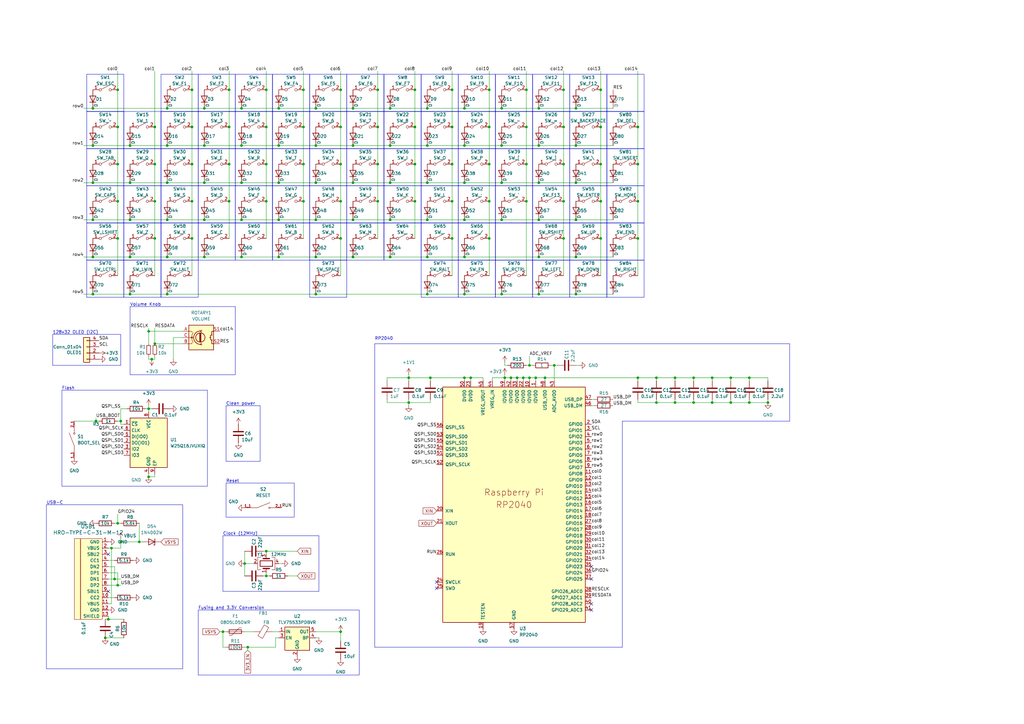
<source format=kicad_sch>
(kicad_sch (version 20230121) (generator eeschema)
  (paper "A3")
  (title_block (title "Model-B") (date "2024-06-18") (rev "0.1") (comment 1 "Made with love <3"))
  (junction (at 214.63 154.94))
  (junction (at 276.86 154.94))
  (junction (at 236.22 44.45))
  (junction (at 139.7 259.08))
  (junction (at 44.45 254))
  (junction (at 307.34 165.1))
  (junction (at 175.26 59.69))
  (junction (at 48.26 36.83))
  (junction (at 48.26 214.63))
  (junction (at 261.62 97.79))
  (junction (at 167.64 165.1))
  (junction (at 261.62 52.07))
  (junction (at 217.17 149.86))
  (junction (at 200.66 36.83))
  (junction (at 63.5 52.07))
  (junction (at 200.66 52.07))
  (junction (at 139.7 97.79))
  (junction (at 175.26 90.17))
  (junction (at 223.52 154.94))
  (junction (at 231.14 36.83))
  (junction (at 236.22 120.65))
  (junction (at 170.18 82.55))
  (junction (at 231.14 97.79))
  (junction (at 176.53 154.94))
  (junction (at 124.46 36.83))
  (junction (at 154.94 82.55))
  (junction (at 217.17 154.94))
  (junction (at 227.33 149.86))
  (junction (at 38.1 105.41))
  (junction (at 109.22 67.31))
  (junction (at 205.74 44.45))
  (junction (at 100.33 231.14))
  (junction (at 175.26 105.41))
  (junction (at 60.96 135.89))
  (junction (at 190.5 59.69))
  (junction (at 124.46 52.07))
  (junction (at 261.62 154.94))
  (junction (at 68.58 74.93))
  (junction (at 160.02 59.69))
  (junction (at 205.74 90.17))
  (junction (at 220.98 44.45))
  (junction (at 45.72 224.79))
  (junction (at 124.46 82.55))
  (junction (at 139.7 36.83))
  (junction (at 93.98 82.55))
  (junction (at 129.54 74.93))
  (junction (at 205.74 59.69))
  (junction (at 114.3 44.45))
  (junction (at 207.01 154.94))
  (junction (at 48.26 52.07))
  (junction (at 78.74 36.83))
  (junction (at 299.72 165.1))
  (junction (at 167.64 154.94))
  (junction (at 292.1 165.1))
  (junction (at 60.96 167.64))
  (junction (at 114.3 59.69))
  (junction (at 231.14 67.31))
  (junction (at 99.06 105.41))
  (junction (at 53.34 59.69))
  (junction (at 139.7 52.07))
  (junction (at 53.34 105.41))
  (junction (at 129.54 59.69))
  (junction (at 129.54 105.41))
  (junction (at 57.15 222.25))
  (junction (at 215.9 82.55))
  (junction (at 236.22 105.41))
  (junction (at 83.82 74.93))
  (junction (at 68.58 120.65))
  (junction (at 38.1 44.45))
  (junction (at 48.26 240.03))
  (junction (at 175.26 74.93))
  (junction (at 299.72 154.94))
  (junction (at 154.94 67.31))
  (junction (at 114.3 105.41))
  (junction (at 246.38 36.83))
  (junction (at 60.96 195.58))
  (junction (at 220.98 74.93))
  (junction (at 83.82 59.69))
  (junction (at 170.18 36.83))
  (junction (at 200.66 97.79))
  (junction (at 114.3 90.17))
  (junction (at 170.18 67.31))
  (junction (at 269.24 154.94))
  (junction (at 185.42 52.07))
  (junction (at 200.66 67.31))
  (junction (at 93.98 52.07))
  (junction (at 160.02 74.93))
  (junction (at 144.78 105.41))
  (junction (at 175.26 44.45))
  (junction (at 124.46 67.31))
  (junction (at 284.48 165.1))
  (junction (at 68.58 44.45))
  (junction (at 261.62 82.55))
  (junction (at 48.26 97.79))
  (junction (at 63.5 82.55))
  (junction (at 63.5 140.97))
  (junction (at 212.09 154.94))
  (junction (at 185.42 97.79))
  (junction (at 91.44 259.08))
  (junction (at 78.74 82.55))
  (junction (at 185.42 82.55))
  (junction (at 46.99 237.49))
  (junction (at 68.58 90.17))
  (junction (at 78.74 52.07))
  (junction (at 154.94 52.07))
  (junction (at 53.34 74.93))
  (junction (at 246.38 67.31))
  (junction (at 314.96 165.1))
  (junction (at 190.5 44.45))
  (junction (at 246.38 52.07))
  (junction (at 83.82 105.41))
  (junction (at 160.02 90.17))
  (junction (at 68.58 105.41))
  (junction (at 190.5 105.41))
  (junction (at 62.23 147.32))
  (junction (at 231.14 52.07))
  (junction (at 193.04 154.94))
  (junction (at 93.98 36.83))
  (junction (at 185.42 36.83))
  (junction (at 38.1 59.69))
  (junction (at 109.22 82.55))
  (junction (at 139.7 67.31))
  (junction (at 63.5 67.31))
  (junction (at 220.98 59.69))
  (junction (at 144.78 44.45))
  (junction (at 246.38 97.79))
  (junction (at 175.26 120.65))
  (junction (at 236.22 59.69))
  (junction (at 99.06 59.69))
  (junction (at 220.98 120.65))
  (junction (at 68.58 59.69))
  (junction (at 99.06 90.17))
  (junction (at 53.34 90.17))
  (junction (at 63.5 97.79))
  (junction (at 231.14 82.55))
  (junction (at 190.5 154.94))
  (junction (at 276.86 165.1))
  (junction (at 292.1 154.94))
  (junction (at 307.34 154.94))
  (junction (at 49.53 172.72))
  (junction (at 219.71 154.94))
  (junction (at 48.26 67.31))
  (junction (at 78.74 97.79))
  (junction (at 205.74 120.65))
  (junction (at 190.5 120.65))
  (junction (at 109.22 226.06))
  (junction (at 246.38 82.55))
  (junction (at 109.22 236.22))
  (junction (at 209.55 154.94))
  (junction (at 114.3 74.93))
  (junction (at 38.1 120.65))
  (junction (at 284.48 154.94))
  (junction (at 83.82 90.17))
  (junction (at 101.6 265.43))
  (junction (at 139.7 82.55))
  (junction (at 129.54 44.45))
  (junction (at 160.02 44.45))
  (junction (at 236.22 74.93))
  (junction (at 144.78 74.93))
  (junction (at 99.06 44.45))
  (junction (at 215.9 52.07))
  (junction (at 215.9 36.83))
  (junction (at 109.22 52.07))
  (junction (at 170.18 52.07))
  (junction (at 154.94 36.83))
  (junction (at 185.42 67.31))
  (junction (at 261.62 67.31))
  (junction (at 200.66 82.55))
  (junction (at 48.26 82.55))
  (junction (at 220.98 90.17))
  (junction (at 215.9 67.31))
  (junction (at 78.74 67.31))
  (junction (at 38.1 74.93))
  (junction (at 160.02 105.41))
  (junction (at 129.54 90.17))
  (junction (at 205.74 74.93))
  (junction (at 236.22 90.17))
  (junction (at 144.78 90.17))
  (junction (at 220.98 105.41))
  (junction (at 49.53 222.25))
  (junction (at 109.22 36.83))
  (junction (at 144.78 59.69))
  (junction (at 190.5 90.17))
  (junction (at 269.24 165.1))
  (junction (at 83.82 44.45))
  (junction (at 99.06 74.93))
  (junction (at 38.1 90.17))
  (junction (at 53.34 120.65))
  (junction (at 190.5 74.93))
  (junction (at 93.98 67.31))
  (junction (at 129.54 120.65))
  (junction (at 43.18 261.62))
  (junction (at 39.37 172.72))
  (no_connect (at 179.07 241.3))
  (no_connect (at 242.57 250.19))
  (no_connect (at 179.07 238.76))
  (no_connect (at 44.45 242.57))
  (no_connect (at 44.45 227.33))
  (no_connect (at 242.57 232.41))
  (no_connect (at 242.57 237.49))
  (no_connect (at 242.57 247.65))
  (wire (pts (xy 109.22 82.55) (xy 109.22 97.79)))
  (wire (pts (xy 185.42 52.07) (xy 185.42 67.31)))
  (wire (pts (xy 236.22 59.69) (xy 251.46 59.69)))
  (wire (pts (xy 144.78 59.69) (xy 160.02 59.69)))
  (wire (pts (xy 52.07 167.64) (xy 49.53 167.64)))
  (wire (pts (xy 93.98 67.31) (xy 93.98 82.55)))
  (wire (pts (xy 68.58 105.41) (xy 83.82 105.41)))
  (wire (pts (xy 43.18 254) (xy 44.45 254)))
  (wire (pts (xy 38.1 44.45) (xy 68.58 44.45)))
  (wire (pts (xy 190.5 74.93) (xy 205.74 74.93)))
  (wire (pts (xy 246.38 52.07) (xy 246.38 67.31)))
  (wire (pts (xy 139.7 36.83) (xy 139.7 52.07)))
  (wire (pts (xy 185.42 29.21) (xy 185.42 36.83)))
  (wire (pts (xy 60.96 167.64) (xy 60.96 168.91)))
  (wire (pts (xy 261.62 154.94) (xy 261.62 156.21)))
  (wire (pts (xy 227.33 149.86) (xy 227.33 156.21)))
  (wire (pts (xy 46.99 237.49) (xy 49.53 237.49)))
  (wire (pts (xy 129.54 120.65) (xy 175.26 120.65)))
  (wire (pts (xy 38.1 59.69) (xy 53.34 59.69)))
  (wire (pts (xy 83.82 74.93) (xy 99.06 74.93)))
  (wire (pts (xy 176.53 154.94) (xy 190.5 154.94)))
  (wire (pts (xy 175.26 105.41) (xy 190.5 105.41)))
  (wire (pts (xy 276.86 165.1) (xy 284.48 165.1)))
  (wire (pts (xy 49.53 173.99) (xy 50.8 173.99)))
  (wire (pts (xy 34.29 74.93) (xy 38.1 74.93)))
  (wire (pts (xy 167.64 165.1) (xy 167.64 166.37)))
  (wire (pts (xy 154.94 36.83) (xy 154.94 52.07)))
  (wire (pts (xy 185.42 82.55) (xy 185.42 97.79)))
  (wire (pts (xy 170.18 36.83) (xy 170.18 52.07)))
  (wire (pts (xy 113.03 261.62) (xy 114.3 261.62)))
  (wire (pts (xy 160.02 59.69) (xy 175.26 59.69)))
  (wire (pts (xy 307.34 154.94) (xy 314.96 154.94)))
  (wire (pts (xy 124.46 29.21) (xy 124.46 36.83)))
  (wire (pts (xy 46.99 232.41) (xy 46.99 237.49)))
  (wire (pts (xy 269.24 154.94) (xy 269.24 156.21)))
  (wire (pts (xy 78.74 67.31) (xy 78.74 82.55)))
  (wire (pts (xy 200.66 67.31) (xy 200.66 82.55)))
  (wire (pts (xy 215.9 67.31) (xy 215.9 82.55)))
  (wire (pts (xy 144.78 90.17) (xy 160.02 90.17)))
  (wire (pts (xy 200.66 36.83) (xy 200.66 52.07)))
  (wire (pts (xy 34.29 120.65) (xy 38.1 120.65)))
  (wire (pts (xy 190.5 90.17) (xy 205.74 90.17)))
  (wire (pts (xy 100.33 259.08) (xy 104.14 259.08)))
  (wire (pts (xy 246.38 29.21) (xy 246.38 36.83)))
  (polyline (pts (xy 323.85 140.97) (xy 323.85 172.72)))
  (wire (pts (xy 45.72 224.79) (xy 49.53 224.79)))
  (wire (pts (xy 261.62 82.55) (xy 261.62 97.79)))
  (wire (pts (xy 193.04 154.94) (xy 198.12 154.94)))
  (wire (pts (xy 215.9 149.86) (xy 217.17 149.86)))
  (wire (pts (xy 71.12 138.43) (xy 74.93 138.43)))
  (wire (pts (xy 201.93 154.94) (xy 207.01 154.94)))
  (wire (pts (xy 114.3 105.41) (xy 129.54 105.41)))
  (wire (pts (xy 129.54 105.41) (xy 144.78 105.41)))
  (polyline (pts (xy 255.27 265.43) (xy 153.67 265.43)))
  (wire (pts (xy 185.42 67.31) (xy 185.42 82.55)))
  (wire (pts (xy 78.74 97.79) (xy 78.74 113.03)))
  (wire (pts (xy 99.06 59.69) (xy 114.3 59.69)))
  (wire (pts (xy 176.53 163.83) (xy 176.53 165.1)))
  (wire (pts (xy 113.03 261.62) (xy 113.03 265.43)))
  (wire (pts (xy 48.26 172.72) (xy 49.53 172.72)))
  (wire (pts (xy 193.04 154.94) (xy 193.04 156.21)))
  (wire (pts (xy 34.29 44.45) (xy 38.1 44.45)))
  (wire (pts (xy 91.44 259.08) (xy 91.44 265.43)))
  (wire (pts (xy 167.64 153.67) (xy 167.64 154.94)))
  (wire (pts (xy 175.26 44.45) (xy 190.5 44.45)))
  (wire (pts (xy 214.63 154.94) (xy 217.17 154.94)))
  (wire (pts (xy 129.54 59.69) (xy 144.78 59.69)))
  (wire (pts (xy 44.45 240.03) (xy 48.26 240.03)))
  (wire (pts (xy 212.09 154.94) (xy 214.63 154.94)))
  (wire (pts (xy 217.17 154.94) (xy 219.71 154.94)))
  (wire (pts (xy 175.26 120.65) (xy 190.5 120.65)))
  (wire (pts (xy 49.53 224.79) (xy 49.53 222.25)))
  (wire (pts (xy 261.62 67.31) (xy 261.62 82.55)))
  (wire (pts (xy 175.26 90.17) (xy 190.5 90.17)))
  (wire (pts (xy 111.76 259.08) (xy 114.3 259.08)))
  (wire (pts (xy 78.74 82.55) (xy 78.74 97.79)))
  (wire (pts (xy 38.1 74.93) (xy 53.34 74.93)))
  (wire (pts (xy 129.54 259.08) (xy 139.7 259.08)))
  (wire (pts (xy 63.5 52.07) (xy 63.5 67.31)))
  (polyline (pts (xy 255.27 172.72) (xy 255.27 265.43)))
  (wire (pts (xy 215.9 52.07) (xy 215.9 67.31)))
  (wire (pts (xy 34.29 105.41) (xy 38.1 105.41)))
  (wire (pts (xy 129.54 44.45) (xy 144.78 44.45)))
  (wire (pts (xy 53.34 74.93) (xy 68.58 74.93)))
  (wire (pts (xy 231.14 29.21) (xy 231.14 36.83)))
  (wire (pts (xy 49.53 167.64) (xy 49.53 172.72)))
  (wire (pts (xy 63.5 195.58) (xy 63.5 194.31)))
  (wire (pts (xy 307.34 165.1) (xy 314.96 165.1)))
  (wire (pts (xy 299.72 154.94) (xy 307.34 154.94)))
  (wire (pts (xy 200.66 82.55) (xy 200.66 97.79)))
  (wire (pts (xy 231.14 36.83) (xy 231.14 52.07)))
  (wire (pts (xy 190.5 59.69) (xy 205.74 59.69)))
  (wire (pts (xy 53.34 105.41) (xy 68.58 105.41)))
  (wire (pts (xy 62.23 147.32) (xy 63.5 147.32)))
  (wire (pts (xy 39.37 171.45) (xy 39.37 172.72)))
  (wire (pts (xy 114.3 44.45) (xy 129.54 44.45)))
  (wire (pts (xy 83.82 44.45) (xy 99.06 44.45)))
  (wire (pts (xy 190.5 154.94) (xy 193.04 154.94)))
  (wire (pts (xy 207.01 148.59) (xy 207.01 149.86)))
  (wire (pts (xy 139.7 67.31) (xy 139.7 82.55)))
  (wire (pts (xy 100.33 265.43) (xy 101.6 265.43)))
  (wire (pts (xy 60.96 140.97) (xy 60.96 135.89)))
  (wire (pts (xy 299.72 163.83) (xy 299.72 165.1)))
  (wire (pts (xy 48.26 29.21) (xy 48.26 36.83)))
  (wire (pts (xy 200.66 29.21) (xy 200.66 36.83)))
  (wire (pts (xy 48.26 52.07) (xy 48.26 67.31)))
  (wire (pts (xy 220.98 90.17) (xy 236.22 90.17)))
  (wire (pts (xy 114.3 59.69) (xy 129.54 59.69)))
  (wire (pts (xy 190.5 154.94) (xy 190.5 156.21)))
  (wire (pts (xy 63.5 134.62) (xy 63.5 140.97)))
  (wire (pts (xy 78.74 36.83) (xy 78.74 52.07)))
  (wire (pts (xy 160.02 105.41) (xy 175.26 105.41)))
  (wire (pts (xy 90.17 259.08) (xy 91.44 259.08)))
  (wire (pts (xy 170.18 67.31) (xy 170.18 82.55)))
  (wire (pts (xy 246.38 67.31) (xy 246.38 82.55)))
  (wire (pts (xy 139.7 97.79) (xy 139.7 113.03)))
  (wire (pts (xy 63.5 97.79) (xy 63.5 113.03)))
  (wire (pts (xy 48.26 97.79) (xy 48.26 113.03)))
  (wire (pts (xy 175.26 59.69) (xy 190.5 59.69)))
  (wire (pts (xy 124.46 67.31) (xy 124.46 82.55)))
  (wire (pts (xy 276.86 163.83) (xy 276.86 165.1)))
  (wire (pts (xy 215.9 82.55) (xy 215.9 113.03)))
  (wire (pts (xy 154.94 29.21) (xy 154.94 36.83)))
  (wire (pts (xy 38.1 120.65) (xy 53.34 120.65)))
  (wire (pts (xy 107.95 236.22) (xy 109.22 236.22)))
  (wire (pts (xy 246.38 36.83) (xy 246.38 52.07)))
  (wire (pts (xy 118.11 236.22) (xy 121.92 236.22)))
  (wire (pts (xy 226.06 149.86) (xy 227.33 149.86)))
  (wire (pts (xy 44.45 229.87) (xy 46.99 229.87)))
  (wire (pts (xy 93.98 82.55) (xy 93.98 97.79)))
  (wire (pts (xy 68.58 74.93) (xy 83.82 74.93)))
  (wire (pts (xy 109.22 226.06) (xy 109.22 227.33)))
  (wire (pts (xy 261.62 163.83) (xy 261.62 165.1)))
  (wire (pts (xy 170.18 52.07) (xy 170.18 67.31)))
  (wire (pts (xy 44.45 232.41) (xy 46.99 232.41)))
  (wire (pts (xy 63.5 67.31) (xy 63.5 82.55)))
  (wire (pts (xy 101.6 265.43) (xy 101.6 266.7)))
  (wire (pts (xy 130.81 261.62) (xy 129.54 261.62)))
  (wire (pts (xy 30.48 172.72) (xy 39.37 172.72)))
  (wire (pts (xy 124.46 52.07) (xy 124.46 67.31)))
  (wire (pts (xy 292.1 154.94) (xy 299.72 154.94)))
  (wire (pts (xy 158.75 163.83) (xy 158.75 165.1)))
  (wire (pts (xy 170.18 29.21) (xy 170.18 36.83)))
  (wire (pts (xy 167.64 154.94) (xy 167.64 156.21)))
  (wire (pts (xy 215.9 36.83) (xy 215.9 52.07)))
  (wire (pts (xy 261.62 52.07) (xy 261.62 67.31)))
  (wire (pts (xy 44.45 224.79) (xy 45.72 224.79)))
  (wire (pts (xy 93.98 52.07) (xy 93.98 67.31)))
  (wire (pts (xy 236.22 90.17) (xy 251.46 90.17)))
  (wire (pts (xy 284.48 165.1) (xy 292.1 165.1)))
  (wire (pts (xy 167.64 163.83) (xy 167.64 165.1)))
  (wire (pts (xy 60.96 135.89) (xy 74.93 135.89)))
  (wire (pts (xy 284.48 154.94) (xy 284.48 156.21)))
  (wire (pts (xy 44.45 245.11) (xy 46.99 245.11)))
  (wire (pts (xy 109.22 29.21) (xy 109.22 36.83)))
  (wire (pts (xy 63.5 82.55) (xy 63.5 97.79)))
  (wire (pts (xy 100.33 226.06) (xy 100.33 231.14)))
  (wire (pts (xy 207.01 154.94) (xy 209.55 154.94)))
  (wire (pts (xy 215.9 29.21) (xy 215.9 36.83)))
  (wire (pts (xy 223.52 154.94) (xy 261.62 154.94)))
  (wire (pts (xy 101.6 265.43) (xy 113.03 265.43)))
  (wire (pts (xy 176.53 154.94) (xy 167.64 154.94)))
  (wire (pts (xy 44.45 247.65) (xy 45.72 247.65)))
  (wire (pts (xy 34.29 59.69) (xy 38.1 59.69)))
  (wire (pts (xy 246.38 97.79) (xy 246.38 113.03)))
  (wire (pts (xy 209.55 154.94) (xy 212.09 154.94)))
  (wire (pts (xy 217.17 154.94) (xy 217.17 156.21)))
  (wire (pts (xy 261.62 154.94) (xy 269.24 154.94)))
  (wire (pts (xy 261.62 165.1) (xy 269.24 165.1)))
  (polyline (pts (xy 153.67 140.97) (xy 323.85 140.97)))
  (wire (pts (xy 200.66 52.07) (xy 200.66 67.31)))
  (wire (pts (xy 209.55 154.94) (xy 209.55 156.21)))
  (wire (pts (xy 63.5 29.21) (xy 63.5 52.07)))
  (wire (pts (xy 200.66 97.79) (xy 200.66 113.03)))
  (wire (pts (xy 45.72 247.65) (xy 45.72 224.79)))
  (wire (pts (xy 48.26 240.03) (xy 48.26 234.95)))
  (wire (pts (xy 93.98 36.83) (xy 93.98 52.07)))
  (wire (pts (xy 48.26 234.95) (xy 44.45 234.95)))
  (wire (pts (xy 139.7 29.21) (xy 139.7 36.83)))
  (wire (pts (xy 207.01 154.94) (xy 207.01 156.21)))
  (wire (pts (xy 175.26 74.93) (xy 190.5 74.93)))
  (wire (pts (xy 44.45 254) (xy 50.8 254)))
  (wire (pts (xy 269.24 163.83) (xy 269.24 165.1)))
  (wire (pts (xy 99.06 44.45) (xy 114.3 44.45)))
  (wire (pts (xy 50.8 261.62) (xy 43.18 261.62)))
  (wire (pts (xy 160.02 44.45) (xy 175.26 44.45)))
  (wire (pts (xy 48.26 214.63) (xy 46.99 214.63)))
  (wire (pts (xy 154.94 82.55) (xy 154.94 97.79)))
  (wire (pts (xy 205.74 90.17) (xy 220.98 90.17)))
  (wire (pts (xy 49.53 172.72) (xy 49.53 173.99)))
  (wire (pts (xy 53.34 90.17) (xy 68.58 90.17)))
  (wire (pts (xy 276.86 154.94) (xy 276.86 156.21)))
  (wire (pts (xy 261.62 97.79) (xy 261.62 113.03)))
  (wire (pts (xy 60.96 194.31) (xy 60.96 195.58)))
  (wire (pts (xy 48.26 36.83) (xy 48.26 52.07)))
  (wire (pts (xy 83.82 105.41) (xy 99.06 105.41)))
  (wire (pts (xy 292.1 165.1) (xy 299.72 165.1)))
  (wire (pts (xy 299.72 154.94) (xy 299.72 156.21)))
  (wire (pts (xy 100.33 231.14) (xy 100.33 236.22)))
  (wire (pts (xy 100.33 231.14) (xy 104.14 231.14)))
  (wire (pts (xy 60.96 166.37) (xy 60.96 167.64)))
  (wire (pts (xy 237.49 149.86) (xy 236.22 149.86)))
  (wire (pts (xy 71.12 147.32) (xy 71.12 138.43)))
  (wire (pts (xy 220.98 105.41) (xy 236.22 105.41)))
  (wire (pts (xy 292.1 163.83) (xy 292.1 165.1)))
  (wire (pts (xy 205.74 44.45) (xy 220.98 44.45)))
  (wire (pts (xy 190.5 44.45) (xy 205.74 44.45)))
  (wire (pts (xy 91.44 259.08) (xy 92.71 259.08)))
  (wire (pts (xy 160.02 90.17) (xy 175.26 90.17)))
  (wire (pts (xy 220.98 44.45) (xy 236.22 44.45)))
  (wire (pts (xy 236.22 44.45) (xy 251.46 44.45)))
  (wire (pts (xy 307.34 163.83) (xy 307.34 165.1)))
  (wire (pts (xy 68.58 59.69) (xy 83.82 59.69)))
  (wire (pts (xy 220.98 120.65) (xy 236.22 120.65)))
  (wire (pts (xy 60.96 167.64) (xy 62.23 167.64)))
  (wire (pts (xy 78.74 52.07) (xy 78.74 67.31)))
  (wire (pts (xy 139.7 259.08) (xy 139.7 262.89)))
  (wire (pts (xy 99.06 90.17) (xy 114.3 90.17)))
  (wire (pts (xy 99.06 105.41) (xy 114.3 105.41)))
  (wire (pts (xy 158.75 154.94) (xy 167.64 154.94)))
  (wire (pts (xy 63.5 147.32) (xy 63.5 146.05)))
  (wire (pts (xy 68.58 120.65) (xy 129.54 120.65)))
  (wire (pts (xy 68.58 44.45) (xy 83.82 44.45)))
  (wire (pts (xy 307.34 154.94) (xy 307.34 156.21)))
  (wire (pts (xy 231.14 67.31) (xy 231.14 82.55)))
  (wire (pts (xy 109.22 226.06) (xy 121.92 226.06)))
  (wire (pts (xy 176.53 156.21) (xy 176.53 154.94)))
  (wire (pts (xy 83.82 90.17) (xy 99.06 90.17)))
  (wire (pts (xy 314.96 163.83) (xy 314.96 165.1)))
  (wire (pts (xy 109.22 236.22) (xy 109.22 234.95)))
  (wire (pts (xy 124.46 36.83) (xy 124.46 52.07)))
  (wire (pts (xy 144.78 74.93) (xy 160.02 74.93)))
  (wire (pts (xy 48.26 82.55) (xy 48.26 97.79)))
  (wire (pts (xy 48.26 210.82) (xy 48.26 214.63)))
  (wire (pts (xy 205.74 59.69) (xy 220.98 59.69)))
  (wire (pts (xy 236.22 120.65) (xy 251.46 120.65)))
  (wire (pts (xy 49.53 222.25) (xy 57.15 222.25)))
  (wire (pts (xy 236.22 105.41) (xy 251.46 105.41)))
  (wire (pts (xy 158.75 156.21) (xy 158.75 154.94)))
  (wire (pts (xy 219.71 154.94) (xy 223.52 154.94)))
  (wire (pts (xy 114.3 74.93) (xy 129.54 74.93)))
  (wire (pts (xy 144.78 44.45) (xy 160.02 44.45)))
  (wire (pts (xy 144.78 105.41) (xy 160.02 105.41)))
  (wire (pts (xy 269.24 165.1) (xy 276.86 165.1)))
  (wire (pts (xy 223.52 154.94) (xy 223.52 156.21)))
  (wire (pts (xy 38.1 105.41) (xy 53.34 105.41)))
  (wire (pts (xy 91.44 265.43) (xy 92.71 265.43)))
  (wire (pts (xy 220.98 59.69) (xy 236.22 59.69)))
  (wire (pts (xy 207.01 149.86) (xy 208.28 149.86)))
  (wire (pts (xy 284.48 163.83) (xy 284.48 165.1)))
  (wire (pts (xy 60.96 134.62) (xy 60.96 135.89)))
  (wire (pts (xy 269.24 154.94) (xy 276.86 154.94)))
  (wire (pts (xy 170.18 82.55) (xy 170.18 97.79)))
  (wire (pts (xy 49.53 220.98) (xy 49.53 222.25)))
  (wire (pts (xy 231.14 82.55) (xy 231.14 97.79)))
  (wire (pts (xy 59.69 167.64) (xy 60.96 167.64)))
  (wire (pts (xy 109.22 36.83) (xy 109.22 52.07)))
  (wire (pts (xy 63.5 140.97) (xy 74.93 140.97)))
  (polyline (pts (xy 323.85 172.72) (xy 255.27 172.72)))
  (wire (pts (xy 227.33 149.86) (xy 228.6 149.86)))
  (wire (pts (xy 57.15 214.63) (xy 57.15 222.25)))
  (wire (pts (xy 217.17 149.86) (xy 217.17 146.05)))
  (wire (pts (xy 214.63 154.94) (xy 214.63 156.21)))
  (wire (pts (xy 185.42 36.83) (xy 185.42 52.07)))
  (wire (pts (xy 231.14 97.79) (xy 231.14 113.03)))
  (wire (pts (xy 109.22 236.22) (xy 110.49 236.22)))
  (wire (pts (xy 205.74 74.93) (xy 220.98 74.93)))
  (wire (pts (xy 60.96 146.05) (xy 60.96 147.32)))
  (wire (pts (xy 48.26 67.31) (xy 48.26 82.55)))
  (wire (pts (xy 44.45 252.73) (xy 44.45 254)))
  (wire (pts (xy 60.96 147.32) (xy 62.23 147.32)))
  (wire (pts (xy 109.22 67.31) (xy 109.22 82.55)))
  (wire (pts (xy 160.02 74.93) (xy 175.26 74.93)))
  (wire (pts (xy 114.3 231.14) (xy 115.57 231.14)))
  (wire (pts (xy 190.5 105.41) (xy 220.98 105.41)))
  (wire (pts (xy 68.58 90.17) (xy 83.82 90.17)))
  (wire (pts (xy 314.96 156.21) (xy 314.96 154.94)))
  (wire (pts (xy 109.22 52.07) (xy 109.22 67.31)))
  (wire (pts (xy 99.06 74.93) (xy 114.3 74.93)))
  (wire (pts (xy 60.96 195.58) (xy 63.5 195.58)))
  (wire (pts (xy 39.37 172.72) (xy 40.64 172.72)))
  (wire (pts (xy 58.42 222.25) (xy 57.15 222.25)))
  (wire (pts (xy 284.48 154.94) (xy 292.1 154.94)))
  (wire (pts (xy 53.34 59.69) (xy 68.58 59.69)))
  (wire (pts (xy 242.57 163.83) (xy 243.84 163.83)))
  (wire (pts (xy 207.01 153.67) (xy 207.01 154.94)))
  (wire (pts (xy 114.3 90.17) (xy 129.54 90.17)))
  (polyline (pts (xy 153.67 140.97) (xy 153.67 265.43)))
  (wire (pts (xy 198.12 154.94) (xy 198.12 156.21)))
  (wire (pts (xy 38.1 90.17) (xy 53.34 90.17)))
  (wire (pts (xy 217.17 149.86) (xy 218.44 149.86)))
  (wire (pts (xy 129.54 74.93) (xy 144.78 74.93)))
  (wire (pts (xy 190.5 120.65) (xy 205.74 120.65)))
  (wire (pts (xy 139.7 52.07) (xy 139.7 67.31)))
  (wire (pts (xy 154.94 67.31) (xy 154.94 82.55)))
  (wire (pts (xy 220.98 74.93) (xy 236.22 74.93)))
  (wire (pts (xy 78.74 29.21) (xy 78.74 36.83)))
  (wire (pts (xy 34.29 90.17) (xy 38.1 90.17)))
  (wire (pts (xy 48.26 240.03) (xy 49.53 240.03)))
  (wire (pts (xy 261.62 29.21) (xy 261.62 52.07)))
  (wire (pts (xy 276.86 154.94) (xy 284.48 154.94)))
  (wire (pts (xy 236.22 74.93) (xy 251.46 74.93)))
  (wire (pts (xy 46.99 237.49) (xy 44.45 237.49)))
  (wire (pts (xy 158.75 165.1) (xy 167.64 165.1)))
  (wire (pts (xy 212.09 154.94) (xy 212.09 156.21)))
  (wire (pts (xy 154.94 52.07) (xy 154.94 67.31)))
  (wire (pts (xy 292.1 154.94) (xy 292.1 156.21)))
  (wire (pts (xy 205.74 120.65) (xy 220.98 120.65)))
  (wire (pts (xy 201.93 154.94) (xy 201.93 156.21)))
  (wire (pts (xy 139.7 82.55) (xy 139.7 97.79)))
  (wire (pts (xy 231.14 52.07) (xy 231.14 67.31)))
  (wire (pts (xy 185.42 97.79) (xy 185.42 113.03)))
  (wire (pts (xy 83.82 59.69) (xy 99.06 59.69)))
  (wire (pts (xy 242.57 166.37) (xy 243.84 166.37)))
  (wire (pts (xy 107.95 226.06) (xy 109.22 226.06)))
  (wire (pts (xy 48.26 214.63) (xy 49.53 214.63)))
  (wire (pts (xy 246.38 82.55) (xy 246.38 97.79)))
  (wire (pts (xy 124.46 82.55) (xy 124.46 97.79)))
  (wire (pts (xy 219.71 154.94) (xy 219.71 156.21)))
  (wire (pts (xy 53.34 120.65) (xy 68.58 120.65)))
  (wire (pts (xy 129.54 90.17) (xy 144.78 90.17)))
  (wire (pts (xy 176.53 165.1) (xy 167.64 165.1)))
  (wire (pts (xy 299.72 165.1) (xy 307.34 165.1)))
  (wire (pts (xy 93.98 29.21) (xy 93.98 36.83)))
  (rectangle (start 203.2 30.48) (end 218.44 45.72))
  (rectangle (start 50.8 45.72) (end 66.04 60.96))
  (rectangle (start 187.96 106.68) (end 203.2 121.92))
  (rectangle (start 127 60.96) (end 142.24 76.2))
  (rectangle (start 19.05 207.01) (end 74.93 274.32))
  (rectangle (start 248.92 30.48) (end 264.16 45.72))
  (rectangle (start 218.44 91.44) (end 233.68 106.68))
  (rectangle (start 91.44 219.71) (end 130.81 242.57))
  (rectangle (start 111.76 30.48) (end 127 45.72))
  (rectangle (start 172.72 106.68) (end 187.96 121.92))
  (rectangle (start 66.04 30.48) (end 81.28 45.72))
  (rectangle (start 142.24 45.72) (end 157.48 60.96))
  (rectangle (start 35.56 60.96) (end 50.8 76.2))
  (rectangle (start 203.2 60.96) (end 218.44 76.2))
  (rectangle (start 203.2 76.2) (end 218.44 91.44))
  (rectangle (start 127 30.48) (end 142.24 45.72))
  (rectangle (start 187.96 45.72) (end 203.2 60.96))
  (rectangle (start 187.96 91.44) (end 203.2 106.68))
  (rectangle (start 111.76 76.2) (end 127 91.44))
  (rectangle (start 187.96 60.96) (end 203.2 76.2))
  (rectangle (start 218.44 60.96) (end 233.68 76.2))
  (rectangle (start 142.24 76.2) (end 157.48 91.44))
  (rectangle (start 81.28 91.44) (end 96.52 106.68))
  (rectangle (start 203.2 106.68) (end 218.44 121.92))
  (rectangle (start 127 76.2) (end 142.24 91.44))
  (rectangle (start 172.72 45.72) (end 187.96 60.96))
  (rectangle (start 142.24 60.96) (end 157.48 76.2))
  (rectangle (start 66.04 76.2) (end 81.28 91.44))
  (rectangle (start 66.04 60.96) (end 81.28 76.2))
  (rectangle (start 96.52 30.48) (end 111.76 45.72))
  (rectangle (start 35.56 91.44) (end 50.8 106.68))
  (rectangle (start 233.68 106.68) (end 248.92 121.92))
  (rectangle (start 172.72 60.96) (end 187.96 76.2))
  (rectangle (start 127 45.72) (end 142.24 60.96))
  (rectangle (start 111.76 60.96) (end 127 76.2))
  (rectangle (start 96.52 76.2) (end 111.76 91.44))
  (rectangle (start 187.96 30.48) (end 203.2 45.72))
  (rectangle (start 50.8 91.44) (end 66.04 106.68))
  (rectangle (start 218.44 106.68) (end 233.68 121.92))
  (rectangle (start 81.28 60.96) (end 96.52 76.2))
  (rectangle (start 187.96 76.2) (end 203.2 91.44))
  (rectangle (start 92.71 198.12) (end 120.65 212.09))
  (rectangle (start 248.92 76.2) (end 264.16 91.44))
  (rectangle (start 50.8 60.96) (end 66.04 76.2))
  (rectangle (start 142.24 91.44) (end 157.48 106.68))
  (rectangle (start 248.92 106.68) (end 264.16 121.92))
  (rectangle (start 81.28 76.2) (end 96.52 91.44))
  (rectangle (start 157.48 45.72) (end 172.72 60.96))
  (rectangle (start 127 91.44) (end 142.24 106.68))
  (rectangle (start 248.92 45.72) (end 264.16 60.96))
  (rectangle (start 218.44 30.48) (end 233.68 45.72))
  (rectangle (start 203.2 45.72) (end 218.44 60.96))
  (rectangle (start 96.52 45.72) (end 111.76 60.96))
  (rectangle (start 157.48 76.2) (end 172.72 91.44))
  (rectangle (start 25.4 160.02) (end 85.09 199.39))
  (rectangle (start 218.44 76.2) (end 233.68 91.44))
  (rectangle (start 203.2 91.44) (end 218.44 106.68))
  (rectangle (start 35.56 45.72) (end 50.8 60.96))
  (rectangle (start 35.56 106.68) (end 50.8 121.92))
  (rectangle (start 81.28 45.72) (end 96.52 60.96))
  (rectangle (start 92.71 166.37) (end 106.68 189.23))
  (rectangle (start 127 106.68) (end 142.24 121.92))
  (rectangle (start 233.68 60.96) (end 248.92 76.2))
  (rectangle (start 172.72 76.2) (end 187.96 91.44))
  (rectangle (start 157.48 60.96) (end 172.72 76.2))
  (rectangle (start 66.04 45.72) (end 81.28 60.96))
  (rectangle (start 96.52 91.44) (end 111.76 106.68))
  (rectangle (start 172.72 91.44) (end 187.96 106.68))
  (rectangle (start 248.92 60.96) (end 264.16 76.2))
  (rectangle (start 96.52 60.96) (end 111.76 76.2))
  (rectangle (start 233.68 45.72) (end 248.92 60.96))
  (rectangle (start 66.04 91.44) (end 81.28 106.68))
  (rectangle (start 50.8 106.68) (end 66.04 121.92))
  (rectangle (start 66.04 106.68) (end 81.28 121.92))
  (rectangle (start 157.48 91.44) (end 172.72 106.68))
  (rectangle (start 35.56 76.2) (end 50.8 91.44))
  (rectangle (start 111.76 91.44) (end 127 106.68))
  (rectangle (start 81.28 30.48) (end 96.52 45.72))
  (rectangle (start 172.72 30.48) (end 187.96 45.72))
  (rectangle (start 142.24 30.48) (end 157.48 45.72))
  (rectangle (start 218.44 45.72) (end 233.68 60.96))
  (rectangle (start 233.68 30.48) (end 248.92 45.72))
  (rectangle (start 157.48 30.48) (end 172.72 45.72))
  (rectangle (start 53.34 125.73) (end 96.52 153.67))
  (rectangle (start 111.76 45.72) (end 127 60.96))
  (rectangle (start 21.59 137.16) (end 49.53 149.86))
  (rectangle (start 233.68 91.44) (end 248.92 106.68))
  (rectangle (start 233.68 76.2) (end 248.92 91.44))
  (rectangle (start 81.28 250.19) (end 147.32 276.86))
  (rectangle (start 50.8 76.2) (end 66.04 91.44))
  (rectangle (start 35.56 30.48) (end 50.8 45.72))
  (rectangle (start 248.92 91.44) (end 264.16 106.68))
  (text "128x32 OLED (I2C)" (at 21.59 137.16 0) (effects (font (size 1.27 1.27)) (justify left bottom)))
  (text "Clean power" (at 92.71 166.37 0) (effects (font (size 1.27 1.27)) (justify left bottom)))
  (text "USB-C" (at 19.05 207.01 0) (effects (font (size 1.27 1.27)) (justify left bottom)))
  (text "Flash" (at 25.4 160.02 0) (effects (font (size 1.27 1.27)) (justify left bottom)))
  (text "Fusing and 3.3V Conversion" (at 81.28 250.19 0) (effects (font (size 1.27 1.27)) (justify left bottom)))
  (text "Volume Knob" (at 53.34 125.73 0) (effects (font (size 1.27 1.27)) (justify left bottom)))
  (text "Reset" (at 92.71 198.12 0) (effects (font (size 1.27 1.27)) (justify left bottom)))
  (text "Clock (12MHz)" (at 91.44 219.71 0) (effects (font (size 1.27 1.27)) (justify left bottom)))
  (text "RP2040" (at 153.67 139.7 0) (effects (font (size 1.27 1.27)) (justify left bottom)))
  (label "col10" (at 200.66 29.21 180))
  (label "col5" (at 124.46 29.21 180))
  (label "QSPI_SD2" (at 179.07 184.15 180))
  (label "row5" (at 242.57 191.77 0))
  (label "col14" (at 90.17 135.89 0))
  (label "QSPI_SD0" (at 179.07 179.07 180))
  (label "col3" (at 93.98 29.21 180))
  (label "col7" (at 154.94 29.21 180))
  (label "col9" (at 185.42 29.21 180))
  (label "col14" (at 242.57 229.87 0))
  (label "col10" (at 242.57 219.71 0))
  (label "col13" (at 242.57 227.33 0))
  (label "RESDATA" (at 242.57 245.11 0))
  (label "col4" (at 242.57 204.47 0))
  (label "col4" (at 109.22 29.21 180))
  (label "USB_DP" (at 251.46 163.83 0))
  (label "SDA" (at 242.57 173.99 0))
  (label "col9" (at 242.57 217.17 0))
  (label "row4" (at 242.57 189.23 0))
  (label "ADC_VREF" (at 217.17 146.05 0))
  (label "QSPI_SD3" (at 179.07 186.69 180))
  (label "row0" (at 242.57 179.07 0))
  (label "col7" (at 242.57 212.09 0))
  (label "col8" (at 170.18 29.21 180))
  (label "RESCLK" (at 242.57 242.57 0))
  (label "RESCLK" (at 60.96 134.62 180))
  (label "row5" (at 34.29 120.65 180))
  (label "USB_DM" (at 49.53 237.49 0))
  (label "QSPI_SD3" (at 50.8 186.69 180))
  (label "col11" (at 242.57 222.25 0))
  (label "QSPI_SD0" (at 50.8 179.07 180))
  (label "QSPI_SD2" (at 50.8 184.15 180))
  (label "col11" (at 215.9 29.21 180))
  (label "col1" (at 242.57 196.85 0))
  (label "row1" (at 34.29 59.69 180))
  (label "col6" (at 242.57 209.55 0))
  (label "GPIO24" (at 48.26 210.82 0))
  (label "col12" (at 242.57 224.79 0))
  (label "RES" (at 90.17 140.97 0))
  (label "GPIO24" (at 242.57 234.95 0))
  (label "col2" (at 78.74 29.21 180))
  (label "RES" (at 251.46 36.83 0))
  (label "col13" (at 246.38 29.21 180))
  (label "col1" (at 63.5 29.21 180))
  (label "col8" (at 242.57 214.63 0))
  (label "row2" (at 34.29 74.93 180))
  (label "RUN" (at 115.57 208.28 0))
  (label "QSPI_SD1" (at 50.8 181.61 180))
  (label "row0" (at 34.29 44.45 180))
  (label "col0" (at 242.57 194.31 0))
  (label "col14" (at 261.62 29.21 180))
  (label "col6" (at 139.7 29.21 180))
  (label "RESDATA" (at 63.5 134.62 0))
  (label "QSPI_SS" (at 179.07 175.26 180))
  (label "QSPI_SCLK" (at 179.07 190.5 180))
  (label "USB_DM" (at 251.46 166.37 0))
  (label "USB_DP" (at 49.53 240.03 0))
  (label "RUN" (at 179.07 227.33 180))
  (label "col2" (at 242.57 199.39 0))
  (label "QSPI_SCLK" (at 50.8 176.53 180))
  (label "row4" (at 34.29 105.41 180))
  (label "row1" (at 242.57 181.61 0))
  (label "row3" (at 34.29 90.17 180))
  (label "col3" (at 242.57 201.93 0))
  (label "col12" (at 231.14 29.21 180))
  (label "row3" (at 242.57 186.69 0))
  (label "SCL" (at 242.57 176.53 0))
  (label "SCL" (at 40.64 142.24 0))
  (label "row2" (at 242.57 184.15 0))
  (label "USB_BOOT" (at 39.37 171.45 0))
  (label "col5" (at 242.57 207.01 0))
  (label "QSPI_SS" (at 49.53 167.64 180))
  (label "col0" (at 48.26 29.21 180))
  (label "QSPI_SD1" (at 179.07 181.61 180))
  (label "SDA" (at 40.64 139.7 0))
  (global_label "VSYS" (shape input) (at 66.04 222.25 0) (property "Intersheetrefs" "${INTERSHEET_REFS}" (effects hide)))
  (global_label "XOUT" (shape input) (at 179.07 214.63 180) (property "Intersheetrefs" "${INTERSHEET_REFS}" (effects hide)))
  (global_label "XIN" (shape input) (at 121.92 226.06 0) (property "Intersheetrefs" "${INTERSHEET_REFS}" (effects hide)))
  (global_label "XOUT" (shape input) (at 121.92 236.22 0) (property "Intersheetrefs" "${INTERSHEET_REFS}" (effects hide)))
  (global_label "3V3_EN" (shape input) (at 101.6 266.7 270) (property "Intersheetrefs" "${INTERSHEET_REFS}" (effects hide)))
  (global_label "VSYS" (shape input) (at 90.17 259.08 180) (property "Intersheetrefs" "${INTERSHEET_REFS}" (effects hide)))
  (global_label "XIN" (shape input) (at 179.07 209.55 180) (property "Intersheetrefs" "${INTERSHEET_REFS}" (effects hide)))
  (symbol (lib_id "Switch:SW_SPST") (at 241.3 67.31 0) (unit 1)
    (property "Reference" "SW41" (at 241.3 62.23 0))
    (property "Value" "SW_\\" (at 241.3 64.77 0))
    (property "Footprint" "MX_Only:MXOnly-1.5U-Hotswap" (effects hide))
  )
  (symbol (lib_id "Switch:SW_SPST") (at 195.58 82.55 0) (unit 1)
    (property "Reference" "SW52" (at 195.58 77.47 0))
    (property "Value" "SW_;" (at 195.58 80.01 0))
    (property "Footprint" "MX_Only:MXOnly-1U-Hotswap" (effects hide))
  )
  (symbol (lib_id "Device:D") (at 205.74 55.88 90) (unit 1)
    (property "Reference" "D25" (at 208.28 55.88 90))
    (property "Value" "D" (at 207.01 58.42 0))
    (property "Footprint" "Diode_SMD:D_SOD-123" (effects hide))
    (property "Sim.Device" "D" (effects hide))
    (property "Sim.Pins" "1=K 2=A" (effects hide))
  )
  (symbol (lib_id "Device:D") (at 129.54 101.6 90) (unit 1)
    (property "Reference" "D62" (at 132.08 101.6 90))
    (property "Value" "D" (at 130.81 104.14 0))
    (property "Footprint" "Diode_SMD:D_SOD-123" (effects hide))
    (property "Sim.Device" "D" (effects hide))
    (property "Sim.Pins" "1=K 2=A" (effects hide))
  )
  (symbol (lib_id "Switch:SW_SPST") (at 134.62 36.83 0) (unit 1)
    (property "Reference" "SW6" (at 134.62 31.75 0))
    (property "Value" "SW_F5" (at 134.62 34.29 0))
    (property "Footprint" "MX_Only:MXOnly-1U-Hotswap" (effects hide))
  )
  (symbol (lib_id "Device:D") (at 83.82 40.64 90) (unit 1)
    (property "Reference" "D3" (at 86.36 40.64 90))
    (property "Value" "D" (at 85.09 43.18 0))
    (property "Footprint" "Diode_SMD:D_SOD-123" (effects hide))
    (property "Sim.Device" "D" (effects hide))
    (property "Sim.Pins" "1=K 2=A" (effects hide))
  )
  (symbol (lib_id "Device:D") (at 68.58 55.88 90) (unit 1)
    (property "Reference" "D16" (at 71.12 55.88 90))
    (property "Value" "D" (at 69.85 58.42 0))
    (property "Footprint" "Diode_SMD:D_SOD-123" (effects hide))
    (property "Sim.Device" "D" (effects hide))
    (property "Sim.Pins" "1=K 2=A" (effects hide))
  )
  (symbol (lib_id "Device:R") (at 212.09 149.86 90) (unit 1)
    (property "Reference" "R13" (at 212.09 147.32 90))
    (property "Value" "200" (at 212.09 149.86 90))
    (property "Footprint" "Resistor_SMD:R_0402_1005Metric" (effects hide))
  )
  (symbol (lib_id "Switch:SW_SPST") (at 43.18 67.31 0) (unit 1)
    (property "Reference" "SW28" (at 43.18 62.23 0))
    (property "Value" "SW_TAB" (at 43.18 64.77 0))
    (property "Footprint" "MX_Only:MXOnly-1.5U-Hotswap" (effects hide))
  )
  (symbol (lib_id "Memory_Flash:W25Q32JVZP") (at 60.96 181.61 0) (unit 1)
    (property "Reference" "U1" (at 69.85 180.34 0) (effects (justify left)))
    (property "Value" "W25Q16JVUXIQ" (at 69.85 182.88 0) (effects (justify left)))
    (property "Footprint" "Package_SON:SON-8-1EP_3x2mm_P0.5mm_EP1.4x1.6mm" (effects hide))
    (property "Datasheet" "http://www.winbond.com/resource-files/w25q32jv%20revg%2003272018%20plus.pdf" (effects hide))
  )
  (symbol (lib_id "Switch:SW_SPST") (at 73.66 36.83 0) (unit 1)
    (property "Reference" "SW2" (at 73.66 31.75 0))
    (property "Value" "SW_F1" (at 73.66 34.29 0))
    (property "Footprint" "MX_Only:MXOnly-1U-Hotswap" (effects hide))
  )
  (symbol (lib_id "Device:R") (at 43.18 214.63 90) (unit 1)
    (property "Reference" "R7" (at 43.18 212.09 90))
    (property "Value" "10k" (at 43.18 214.63 90))
    (property "Footprint" "Resistor_SMD:R_0402_1005Metric" (effects hide))
  )
  (symbol (lib_id "Regulator_Linear:AP131-15") (at 121.92 261.62 0) (unit 1)
    (property "Reference" "U2" (at 121.92 252.73 0))
    (property "Value" "TLV75533PDBVR" (at 121.92 255.27 0))
    (property "Footprint" "Package_TO_SOT_SMD:SOT-23-5" (effects hide))
    (property "Datasheet" "http://www.diodes.com/_files/datasheets/AP131.pdf" (effects hide))
  )
  (symbol (lib_id "Switch:SW_SPST") (at 210.82 82.55 0) (unit 1)
    (property "Reference" "SW53" (at 210.82 77.47 0))
    (property "Value" "SW_'" (at 210.82 80.01 0))
    (property "Footprint" "MX_Only:MXOnly-1U-Hotswap" (effects hide))
  )
  (symbol (lib_id "Device:C") (at 139.7 266.7 0) (unit 1)
    (property "Reference" "C5" (at 140.97 264.16 0) (effects (justify left)))
    (property "Value" "10uF" (at 140.97 269.24 0) (effects (justify left)))
    (property "Footprint" "Capacitor_SMD:C_0402_1005Metric" (effects hide))
  )
  (symbol (lib_id "Device:R_Small") (at 63.5 143.51 0) (unit 1)
    (property "Reference" "R2" (at 64.77 142.24 0) (effects (justify left)))
    (property "Value" "10k" (at 64.77 144.78 0) (effects (justify left)))
    (property "Footprint" "Resistor_SMD:R_0402_1005Metric" (effects hide))
  )
  (symbol (lib_id "Switch:SW_SPST") (at 58.42 97.79 0) (unit 1)
    (property "Reference" "SW57" (at 58.42 92.71 0))
    (property "Value" "SW_Z" (at 58.42 95.25 0))
    (property "Footprint" "MX_Only:MXOnly-1U-Hotswap" (effects hide))
  )
  (symbol (lib_id "power:GND") (at 167.64 166.37 0) (unit 1)
    (property "Reference" "#PWR024" (effects hide))
    (property "Value" "GND" (at 167.64 171.45 0))
  )
  (symbol (lib_id "MCU_RaspberryPi_RP2040:RP2040") (at 210.82 207.01 0) (unit 1)
    (property "Reference" "U3" (at 213.0141 257.81 0) (effects (justify left)))
    (property "Value" "RP2040" (at 213.0141 260.35 0) (effects (justify left)))
    (property "Footprint" "RP2040_minimal:RP2040-QFN-56" (effects hide))
  )
  (symbol (lib_id "Device:Crystal_GND24") (at 109.22 231.14 90) (unit 1)
    (property "Reference" "Y1" (at 106.68 227.33 90))
    (property "Value" "12MHz" (at 114.3 227.33 90))
    (property "Footprint" "Crystal:Crystal_SMD_3225-4Pin_3.2x2.5mm" (effects hide))
  )
  (symbol (lib_id "Device:D") (at 190.5 55.88 90) (unit 1)
    (property "Reference" "D24" (at 193.04 55.88 90))
    (property "Value" "D" (at 191.77 58.42 0))
    (property "Footprint" "Diode_SMD:D_SOD-123" (effects hide))
    (property "Sim.Device" "D" (effects hide))
    (property "Sim.Pins" "1=K 2=A" (effects hide))
  )
  (symbol (lib_id "Device:R") (at 55.88 167.64 90) (unit 1)
    (property "Reference" "R4" (at 55.88 165.1 90))
    (property "Value" "10k" (at 55.88 167.64 90))
    (property "Footprint" "Resistor_SMD:R_0402_1005Metric" (effects hide))
  )
  (symbol (lib_id "Switch:SW_SPST") (at 180.34 113.03 0) (unit 1)
    (property "Reference" "SW74" (at 180.34 107.95 0))
    (property "Value" "SW_RALT" (at 180.34 110.49 0))
    (property "Footprint" "MX_Only:MXOnly-1U-Hotswap" (effects hide))
  )
  (symbol (lib_id "Switch:SW_SPST") (at 241.3 36.83 0) (unit 1)
    (property "Reference" "SW13" (at 241.3 31.75 0))
    (property "Value" "SW_F12" (at 241.3 34.29 0))
    (property "Footprint" "MX_Only:MXOnly-1U-Hotswap" (effects hide))
  )
  (symbol (lib_id "Device:D") (at 251.46 71.12 90) (unit 1)
    (property "Reference" "D81" (at 254 71.12 90))
    (property "Value" "D" (at 252.73 73.66 0))
    (property "Footprint" "Diode_SMD:D_SOD-123" (effects hide))
    (property "Sim.Device" "D" (effects hide))
    (property "Sim.Pins" "1=K 2=A" (effects hide))
  )
  (symbol (lib_id "Device:D") (at 114.3 55.88 90) (unit 1)
    (property "Reference" "D19" (at 116.84 55.88 90))
    (property "Value" "D" (at 115.57 58.42 0))
    (property "Footprint" "Diode_SMD:D_SOD-123" (effects hide))
    (property "Sim.Device" "D" (effects hide))
    (property "Sim.Pins" "1=K 2=A" (effects hide))
  )
  (symbol (lib_id "Device:D") (at 160.02 71.12 90) (unit 1)
    (property "Reference" "D36" (at 162.56 71.12 90))
    (property "Value" "D" (at 161.29 73.66 0))
    (property "Footprint" "Diode_SMD:D_SOD-123" (effects hide))
    (property "Sim.Device" "D" (effects hide))
    (property "Sim.Pins" "1=K 2=A" (effects hide))
  )
  (symbol (lib_id "Device:D") (at 114.3 101.6 90) (unit 1)
    (property "Reference" "D61" (at 116.84 101.6 90))
    (property "Value" "D" (at 115.57 104.14 0))
    (property "Footprint" "Diode_SMD:D_SOD-123" (effects hide))
    (property "Sim.Device" "D" (effects hide))
    (property "Sim.Pins" "1=K 2=A" (effects hide))
  )
  (symbol (lib_id "Device:R") (at 50.8 257.81 180) (unit 1)
    (property "Reference" "R6" (at 48.26 257.81 90))
    (property "Value" "10k" (at 50.8 257.81 90))
    (property "Footprint" "Resistor_SMD:R_0402_1005Metric" (effects hide))
  )
  (symbol (lib_id "Device:C") (at 284.48 160.02 0) (unit 1)
    (property "Reference" "C14" (at 287.02 160.02 0) (effects (justify left)))
    (property "Value" "0.1uF" (at 285.75 162.56 0) (effects (justify left)))
    (property "Footprint" "Capacitor_SMD:C_0402_1005Metric" (effects hide))
  )
  (symbol (lib_id "Device:C") (at 261.62 160.02 0) (unit 1)
    (property "Reference" "C10" (at 264.16 160.02 0) (effects (justify left)))
    (property "Value" "0.1uF" (at 262.89 162.56 0) (effects (justify left)))
    (property "Footprint" "Capacitor_SMD:C_0402_1005Metric" (effects hide))
  )
  (symbol (lib_id "Switch:SW_SPST") (at 119.38 97.79 0) (unit 1)
    (property "Reference" "SW61" (at 119.38 92.71 0))
    (property "Value" "SW_B" (at 119.38 95.25 0))
    (property "Footprint" "MX_Only:MXOnly-1U-Hotswap" (effects hide))
  )
  (symbol (lib_id "Switch:SW_SPST") (at 104.14 52.07 0) (unit 1)
    (property "Reference" "SW18" (at 104.14 46.99 0))
    (property "Value" "SW_4" (at 104.14 49.53 0))
    (property "Footprint" "MX_Only:MXOnly-1U-Hotswap" (effects hide))
  )
  (symbol (lib_id "Device:C") (at 307.34 160.02 0) (unit 1)
    (property "Reference" "C17" (at 309.88 160.02 0) (effects (justify left)))
    (property "Value" "0.1uF" (at 308.61 162.56 0) (effects (justify left)))
    (property "Footprint" "Capacitor_SMD:C_0402_1005Metric" (effects hide))
  )
  (symbol (lib_id "Switch:SW_SPST") (at 43.18 97.79 0) (unit 1)
    (property "Reference" "SW56" (at 43.18 92.71 0))
    (property "Value" "SW_LSHIFT" (at 43.18 95.25 0))
    (property "Footprint" "MX_Only:MXOnly-2.25U-Hotswap" (effects hide))
  )
  (symbol (lib_id "power:GND") (at 69.85 167.64 90) (unit 1)
    (property "Reference" "#PWR07" (effects hide))
    (property "Value" "GND" (at 73.66 167.64 90) (effects (justify right)))
  )
  (symbol (lib_id "Switch:SW_SPST") (at 134.62 67.31 0) (unit 1)
    (property "Reference" "SW34" (at 134.62 62.23 0))
    (property "Value" "SW_Y" (at 134.62 64.77 0))
    (property "Footprint" "MX_Only:MXOnly-1U-Hotswap" (effects hide))
  )
  (symbol (lib_id "Device:D") (at 83.82 55.88 90) (unit 1)
    (property "Reference" "D17" (at 86.36 55.88 90))
    (property "Value" "D" (at 85.09 58.42 0))
    (property "Footprint" "Diode_SMD:D_SOD-123" (effects hide))
    (property "Sim.Device" "D" (effects hide))
    (property "Sim.Pins" "1=K 2=A" (effects hide))
  )
  (symbol (lib_id "Switch:SW_SPST") (at 180.34 52.07 0) (unit 1)
    (property "Reference" "SW23" (at 180.34 46.99 0))
    (property "Value" "SW_9" (at 180.34 49.53 0))
    (property "Footprint" "MX_Only:MXOnly-1U-Hotswap" (effects hide))
  )
  (symbol (lib_id "Device:R") (at 53.34 214.63 90) (unit 1)
    (property "Reference" "R8" (at 53.34 212.09 90))
    (property "Value" "5.6k" (at 53.34 214.63 90))
    (property "Footprint" "Resistor_SMD:R_0402_1005Metric" (effects hide))
  )
  (symbol (lib_id "Switch:SW_SPST") (at 165.1 97.79 0) (unit 1)
    (property "Reference" "SW64" (at 165.1 92.71 0))
    (property "Value" "SW_," (at 165.1 95.25 0))
    (property "Footprint" "MX_Only:MXOnly-1U-Hotswap" (effects hide))
  )
  (symbol (lib_id "Device:D") (at 129.54 40.64 90) (unit 1)
    (property "Reference" "D6" (at 132.08 40.64 90))
    (property "Value" "D" (at 130.81 43.18 0))
    (property "Footprint" "Diode_SMD:D_SOD-123" (effects hide))
    (property "Sim.Device" "D" (effects hide))
    (property "Sim.Pins" "1=K 2=A" (effects hide))
  )
  (symbol (lib_id "Device:C") (at 269.24 160.02 0) (unit 1)
    (property "Reference" "C12" (at 271.78 160.02 0) (effects (justify left)))
    (property "Value" "0.1uF" (at 270.51 162.56 0) (effects (justify left)))
    (property "Footprint" "Capacitor_SMD:C_0402_1005Metric" (effects hide))
  )
  (symbol (lib_id "Device:D") (at 129.54 71.12 90) (unit 1)
    (property "Reference" "D34" (at 132.08 71.12 90))
    (property "Value" "D" (at 130.81 73.66 0))
    (property "Footprint" "Diode_SMD:D_SOD-123" (effects hide))
    (property "Sim.Device" "D" (effects hide))
    (property "Sim.Pins" "1=K 2=A" (effects hide))
  )
  (symbol (lib_id "Switch:SW_SPST") (at 180.34 82.55 0) (unit 1)
    (property "Reference" "SW51" (at 180.34 77.47 0))
    (property "Value" "SW_L" (at 180.34 80.01 0))
    (property "Footprint" "MX_Only:MXOnly-1U-Hotswap" (effects hide))
  )
  (symbol (lib_id "Device:D") (at 236.22 101.6 90) (unit 1)
    (property "Reference" "D69" (at 238.76 101.6 90))
    (property "Value" "D" (at 237.49 104.14 0))
    (property "Footprint" "Diode_SMD:D_SOD-123" (effects hide))
    (property "Sim.Device" "D" (effects hide))
    (property "Sim.Pins" "1=K 2=A" (effects hide))
  )
  (symbol (lib_id "power:GND") (at 40.64 147.32 90) (unit 1)
    (property "Reference" "#PWR01" (effects hide))
    (property "Value" "GND" (at 44.45 147.3199 90) (effects (justify right)))
  )
  (symbol (lib_id "Device:R") (at 222.25 149.86 90) (unit 1)
    (property "Reference" "R14" (at 222.25 147.32 90))
    (property "Value" "1" (at 222.25 149.86 90))
    (property "Footprint" "Resistor_SMD:R_0402_1005Metric" (effects hide))
  )
  (symbol (lib_id "Device:D") (at 53.34 101.6 90) (unit 1)
    (property "Reference" "D57" (at 55.88 101.6 90))
    (property "Value" "D" (at 54.61 104.14 0))
    (property "Footprint" "Diode_SMD:D_SOD-123" (effects hide))
    (property "Sim.Device" "D" (effects hide))
    (property "Sim.Pins" "1=K 2=A" (effects hide))
  )
  (symbol (lib_id "Device:D") (at 160.02 101.6 90) (unit 1)
    (property "Reference" "D64" (at 162.56 101.6 90))
    (property "Value" "D" (at 161.29 104.14 0))
    (property "Footprint" "Diode_SMD:D_SOD-123" (effects hide))
    (property "Sim.Device" "D" (effects hide))
    (property "Sim.Pins" "1=K 2=A" (effects hide))
  )
  (symbol (lib_id "Device:R") (at 96.52 265.43 90) (unit 1)
    (property "Reference" "R11" (at 96.52 262.89 90))
    (property "Value" "100k" (at 96.52 265.43 90))
    (property "Footprint" "Resistor_SMD:R_0402_1005Metric" (effects hide))
  )
  (symbol (lib_id "Switch:SW_SPST") (at 88.9 67.31 0) (unit 1)
    (property "Reference" "SW31" (at 88.9 62.23 0))
    (property "Value" "SW_E" (at 88.9 64.77 0))
    (property "Footprint" "MX_Only:MXOnly-1U-Hotswap" (effects hide))
  )
  (symbol (lib_id "Device:D") (at 38.1 55.88 90) (unit 1)
    (property "Reference" "D14" (at 40.64 55.88 90))
    (property "Value" "D" (at 39.37 58.42 0))
    (property "Footprint" "Diode_SMD:D_SOD-123" (effects hide))
    (property "Sim.Device" "D" (effects hide))
    (property "Sim.Pins" "1=K 2=A" (effects hide))
  )
  (symbol (lib_id "power:GND") (at 43.18 261.62 0) (unit 1)
    (property "Reference" "#PWR011" (effects hide))
    (property "Value" "GND" (at 46.99 264.16 0))
  )
  (symbol (lib_id "Device:D") (at 160.02 55.88 90) (unit 1)
    (property "Reference" "D22" (at 162.56 55.88 90))
    (property "Value" "D" (at 161.29 58.42 0))
    (property "Footprint" "Diode_SMD:D_SOD-123" (effects hide))
    (property "Sim.Device" "D" (effects hide))
    (property "Sim.Pins" "1=K 2=A" (effects hide))
  )
  (symbol (lib_id "power:+3V3") (at 97.79 173.99 0) (unit 1)
    (property "Reference" "#PWR021" (effects hide))
    (property "Value" "+3V3" (at 97.79 168.91 0))
  )
  (symbol (lib_id "Device:C") (at 97.79 177.8 0) (unit 1)
    (property "Reference" "C6" (at 100.33 177.8 0) (effects (justify left)))
    (property "Value" "10uF" (at 99.06 180.34 0) (effects (justify left)))
    (property "Footprint" "Capacitor_SMD:C_0402_1005Metric" (effects hide))
  )
  (symbol (lib_id "Switch:SW_SPST") (at 149.86 67.31 0) (unit 1)
    (property "Reference" "SW35" (at 149.86 62.23 0))
    (property "Value" "SW_U" (at 149.86 64.77 0))
    (property "Footprint" "MX_Only:MXOnly-1U-Hotswap" (effects hide))
  )
  (symbol (lib_id "Device:D_Zener") (at 62.23 222.25 180) (unit 1)
    (property "Reference" "D54" (at 62.23 215.9 0))
    (property "Value" "1N4002W" (at 62.23 218.44 0))
    (property "Footprint" "Diode_SMD:D_SOD-123" (effects hide))
  )
  (symbol (lib_id "power:+3V3") (at 207.01 148.59 0) (unit 1)
    (property "Reference" "#PWR026" (effects hide))
    (property "Value" "+3V3" (at 207.01 143.51 0))
  )
  (symbol (lib_id "Device:Polyfuse") (at 96.52 259.08 90) (unit 1)
    (property "Reference" "F1" (at 96.52 252.73 90))
    (property "Value" "0805L050WR" (at 96.52 255.27 90))
    (property "Footprint" "Fuse:Fuse_0805_2012Metric" (effects hide))
  )
  (symbol (lib_id "power:GND") (at 97.79 181.61 0) (unit 1)
    (property "Reference" "#PWR022" (effects hide))
    (property "Value" "GND" (at 97.79 186.69 0))
  )
  (symbol (lib_id "Device:D") (at 175.26 40.64 90) (unit 1)
    (property "Reference" "D9" (at 177.8 40.64 90))
    (property "Value" "D" (at 176.53 43.18 0))
    (property "Footprint" "Diode_SMD:D_SOD-123" (effects hide))
    (property "Sim.Device" "D" (effects hide))
    (property "Sim.Pins" "1=K 2=A" (effects hide))
  )
  (symbol (lib_id "Device:D") (at 144.78 86.36 90) (unit 1)
    (property "Reference" "D49" (at 147.32 86.36 90))
    (property "Value" "D" (at 146.05 88.9 0))
    (property "Footprint" "Diode_SMD:D_SOD-123" (effects hide))
    (property "Sim.Device" "D" (effects hide))
    (property "Sim.Pins" "1=K 2=A" (effects hide))
  )
  (symbol (lib_id "Device:D") (at 205.74 40.64 90) (unit 1)
    (property "Reference" "D11" (at 208.28 40.64 90))
    (property "Value" "D" (at 207.01 43.18 0))
    (property "Footprint" "Diode_SMD:D_SOD-123" (effects hide))
    (property "Sim.Device" "D" (effects hide))
    (property "Sim.Pins" "1=K 2=A" (effects hide))
  )
  (symbol (lib_id "Device:R") (at 247.65 163.83 90) (unit 1)
    (property "Reference" "R15" (at 247.65 161.29 90))
    (property "Value" "27" (at 247.65 163.83 90))
    (property "Footprint" "Resistor_SMD:R_0402_1005Metric" (effects hide))
  )
  (symbol (lib_id "power:+3V3") (at 207.01 153.67 0) (unit 1)
    (property "Reference" "#PWR025" (effects hide))
    (property "Value" "+3V3" (at 203.2 152.4 0))
  )
  (symbol (lib_id "power:GND") (at 314.96 165.1 0) (unit 1)
    (property "Reference" "#PWR028" (effects hide))
    (property "Value" "GND" (at 314.96 170.18 0))
  )
  (symbol (lib_id "Switch:SW_SPST") (at 256.54 82.55 0) (unit 1)
    (property "Reference" "SW82" (at 256.54 77.47 0))
    (property "Value" "SW_HOME" (at 256.54 80.01 0))
    (property "Footprint" "MX_Only:MXOnly-1U-Hotswap" (effects hide))
  )
  (symbol (lib_id "Switch:SW_SPST") (at 241.3 97.79 0) (unit 1)
    (property "Reference" "SW69" (at 241.3 92.71 0))
    (property "Value" "SW_UP" (at 241.3 95.25 0))
    (property "Footprint" "MX_Only:MXOnly-1U-Hotswap" (effects hide))
  )
  (symbol (lib_id "EVQ-P7A01P:EVQ-P7A01P") (at 30.48 180.34 90) (unit 1)
    (property "Reference" "S1" (at 31.75 179.07 90) (effects (justify right)))
    (property "Value" "BOOT_SEL" (at 31.75 181.61 90) (effects (justify right)))
    (property "Footprint" "EVQ-P7A01P:SW_EVQ-P7A01P" (effects hide))
    (property "PARTREV" "2022.4" (effects hide))
    (property "STANDARD" "Manufacturer Recommendations" (effects hide))
    (property "MAXIMUM_PACKAGE_HEIGHT" "1.35mm" (effects hide))
    (property "MANUFACTURER" "Panasonic Electronic Components" (effects hide))
  )
  (symbol (lib_id "Device:R") (at 44.45 172.72 90) (unit 1)
    (property "Reference" "R3" (at 39.37 173.99 90))
    (property "Value" "1k" (at 44.45 172.72 90))
    (property "Footprint" "Resistor_SMD:R_0402_1005Metric" (effects hide))
  )
  (symbol (lib_id "power:+3V3") (at 139.7 259.08 0) (unit 1)
    (property "Reference" "#PWR018" (effects hide))
    (property "Value" "+3V3" (at 139.7 254 0))
  )
  (symbol (lib_id "Device:FerriteBead") (at 107.95 259.08 270) (unit 1)
    (property "Reference" "FB1" (at 108.0008 251.46 90))
    (property "Value" "FB" (at 109.22 255.27 90))
    (property "Footprint" "Resistor_SMD:R_0402_1005Metric" (effects hide))
  )
  (symbol (lib_id "Device:D") (at 68.58 101.6 90) (unit 1)
    (property "Reference" "D58" (at 71.12 101.6 90))
    (property "Value" "D" (at 69.85 104.14 0))
    (property "Footprint" "Diode_SMD:D_SOD-123" (effects hide))
    (property "Sim.Device" "D" (effects hide))
    (property "Sim.Pins" "1=K 2=A" (effects hide))
  )
  (symbol (lib_id "Switch:SW_SPST") (at 195.58 113.03 0) (unit 1)
    (property "Reference" "SW75" (at 195.58 107.95 0))
    (property "Value" "SW_FN" (at 195.58 110.49 0))
    (property "Footprint" "MX_Only:MXOnly-1U-Hotswap" (effects hide))
  )
  (symbol (lib_id "Switch:SW_SPST") (at 119.38 82.55 0) (unit 1)
    (property "Reference" "SW47" (at 119.38 77.47 0))
    (property "Value" "SW_G" (at 119.38 80.01 0))
    (property "Footprint" "MX_Only:MXOnly-1U-Hotswap" (effects hide))
  )
  (symbol (lib_id "Device:D") (at 129.54 86.36 90) (unit 1)
    (property "Reference" "D48" (at 132.08 86.36 90))
    (property "Value" "D" (at 130.81 88.9 0))
    (property "Footprint" "Diode_SMD:D_SOD-123" (effects hide))
    (property "Sim.Device" "D" (effects hide))
    (property "Sim.Pins" "1=K 2=A" (effects hide))
  )
  (symbol (lib_id "Switch:SW_SPST") (at 73.66 82.55 0) (unit 1)
    (property "Reference" "SW44" (at 73.66 77.47 0))
    (property "Value" "SW_S" (at 73.66 80.01 0))
    (property "Footprint" "MX_Only:MXOnly-1U-Hotswap" (effects hide))
  )
  (symbol (lib_id "power:GND") (at 39.37 214.63 270) (unit 1)
    (property "Reference" "#PWR013" (effects hide))
    (property "Value" "GND" (at 35.56 214.63 90) (effects (justify right)))
  )
  (symbol (lib_id "power:GND") (at 71.12 147.32 0) (unit 1)
    (property "Reference" "#PWR03" (effects hide))
    (property "Value" "GND" (at 71.12 152.4 0))
  )
  (symbol (lib_id "Switch:SW_SPST") (at 58.42 82.55 0) (unit 1)
    (property "Reference" "SW43" (at 58.42 77.47 0))
    (property "Value" "SW_A" (at 58.42 80.01 0))
    (property "Footprint" "MX_Only:MXOnly-1U-Hotswap" (effects hide))
  )
  (symbol (lib_id "Device:D") (at 38.1 116.84 90) (unit 1)
    (property "Reference" "D70" (at 40.64 116.84 90))
    (property "Value" "D" (at 39.37 119.38 0))
    (property "Footprint" "Diode_SMD:D_SOD-123" (effects hide))
    (property "Sim.Device" "D" (effects hide))
    (property "Sim.Pins" "1=K 2=A" (effects hide))
  )
  (symbol (lib_id "Device:D") (at 205.74 86.36 90) (unit 1)
    (property "Reference" "D53" (at 208.28 86.36 90))
    (property "Value" "D" (at 207.01 88.9 0))
    (property "Footprint" "Diode_SMD:D_SOD-123" (effects hide))
    (property "Sim.Device" "D" (effects hide))
    (property "Sim.Pins" "1=K 2=A" (effects hide))
  )
  (symbol (lib_id "Switch:SW_SPST") (at 119.38 36.83 0) (unit 1)
    (property "Reference" "SW5" (at 119.38 31.75 0))
    (property "Value" "SW_F4" (at 119.38 34.29 0))
    (property "Footprint" "MX_Only:MXOnly-1U-Hotswap" (effects hide))
  )
  (symbol (lib_id "Device:D") (at 99.06 86.36 90) (unit 1)
    (property "Reference" "D46" (at 101.6 86.36 90))
    (property "Value" "D" (at 100.33 88.9 0))
    (property "Footprint" "Diode_SMD:D_SOD-123" (effects hide))
    (property "Sim.Device" "D" (effects hide))
    (property "Sim.Pins" "1=K 2=A" (effects hide))
  )
  (symbol (lib_id "Device:D") (at 190.5 116.84 90) (unit 1)
    (property "Reference" "D75" (at 193.04 116.84 90))
    (property "Value" "D" (at 191.77 119.38 0))
    (property "Footprint" "Diode_SMD:D_SOD-123" (effects hide))
    (property "Sim.Device" "D" (effects hide))
    (property "Sim.Pins" "1=K 2=A" (effects hide))
  )
  (symbol (lib_id "Connector_Generic:Conn_01x04") (at 35.56 144.78 180) (unit 1)
    (property "Reference" "OLED1" (at 33.528 144.5768 0) (effects (justify left)))
    (property "Value" "Conn_01x04" (at 33.528 142.2654 0) (effects (justify left)))
    (property "Footprint" "Connector_PinSocket_2.54mm:PinSocket_1x04_P2.54mm_Vertical" (effects hide))
  )
  (symbol (lib_id "Device:D") (at 236.22 86.36 90) (unit 1)
    (property "Reference" "D55" (at 238.76 86.36 90))
    (property "Value" "D" (at 237.49 88.9 0))
    (property "Footprint" "Diode_SMD:D_SOD-123" (effects hide))
    (property "Sim.Device" "D" (effects hide))
    (property "Sim.Pins" "1=K 2=A" (effects hide))
  )
  (symbol (lib_id "Device:R") (at 114.3 236.22 90) (unit 1)
    (property "Reference" "R5" (at 114.3 233.68 90))
    (property "Value" "1k" (at 114.3 236.22 90))
    (property "Footprint" "Resistor_SMD:R_0402_1005Metric" (effects hide))
  )
  (symbol (lib_id "Switch:SW_SPST") (at 256.54 67.31 0) (unit 1)
    (property "Reference" "SW81" (at 256.54 62.23 0))
    (property "Value" "SW_INSERT" (at 256.54 64.77 0))
    (property "Footprint" "MX_Only:MXOnly-1U-Hotswap" (effects hide))
  )
  (symbol (lib_id "Switch:SW_SPST") (at 180.34 97.79 0) (unit 1)
    (property "Reference" "SW65" (at 180.34 92.71 0))
    (property "Value" "SW_." (at 180.34 95.25 0))
    (property "Footprint" "MX_Only:MXOnly-1U-Hotswap" (effects hide))
  )
  (symbol (lib_id "Switch:SW_SPST") (at 226.06 36.83 0) (unit 1)
    (property "Reference" "SW12" (at 226.06 31.75 0))
    (property "Value" "SW_F11" (at 226.06 34.29 0))
    (property "Footprint" "MX_Only:MXOnly-1U-Hotswap" (effects hide))
  )
  (symbol (lib_id "Switch:SW_SPST") (at 119.38 67.31 0) (unit 1)
    (property "Reference" "SW33" (at 119.38 62.23 0))
    (property "Value" "SW_T" (at 119.38 64.77 0))
    (property "Footprint" "MX_Only:MXOnly-1U-Hotswap" (effects hide))
  )
  (symbol (lib_id "Device:C") (at 292.1 160.02 0) (unit 1)
    (property "Reference" "C15" (at 294.64 160.02 0) (effects (justify left)))
    (property "Value" "0.1uF" (at 293.37 162.56 0) (effects (justify left)))
    (property "Footprint" "Capacitor_SMD:C_0402_1005Metric" (effects hide))
  )
  (symbol (lib_id "Device:D") (at 53.34 116.84 90) (unit 1)
    (property "Reference" "D71" (at 55.88 116.84 90))
    (property "Value" "D" (at 54.61 119.38 0))
    (property "Footprint" "Diode_SMD:D_SOD-123" (effects hide))
    (property "Sim.Device" "D" (effects hide))
    (property "Sim.Pins" "1=K 2=A" (effects hide))
  )
  (symbol (lib_id "Device:D") (at 114.3 86.36 90) (unit 1)
    (property "Reference" "D47" (at 116.84 86.36 90))
    (property "Value" "D" (at 115.57 88.9 0))
    (property "Footprint" "Diode_SMD:D_SOD-123" (effects hide))
    (property "Sim.Device" "D" (effects hide))
    (property "Sim.Pins" "1=K 2=A" (effects hide))
  )
  (symbol (lib_id "Device:D") (at 220.98 40.64 90) (unit 1)
    (property "Reference" "D12" (at 223.52 40.64 90))
    (property "Value" "D" (at 222.25 43.18 0))
    (property "Footprint" "Diode_SMD:D_SOD-123" (effects hide))
    (property "Sim.Device" "D" (effects hide))
    (property "Sim.Pins" "1=K 2=A" (effects hide))
  )
  (symbol (lib_id "Switch:SW_SPST") (at 73.66 97.79 0) (unit 1)
    (property "Reference" "SW58" (at 73.66 92.71 0))
    (property "Value" "SW_X" (at 73.66 95.25 0))
    (property "Footprint" "MX_Only:MXOnly-1U-Hotswap" (effects hide))
  )
  (symbol (lib_id "Switch:SW_SPST") (at 43.18 36.83 0) (unit 1)
    (property "Reference" "SW1" (at 43.18 31.75 0))
    (property "Value" "SW_ESC" (at 43.18 34.29 0))
    (property "Footprint" "MX_Only:MXOnly-1U-Hotswap" (effects hide))
  )
  (symbol (lib_id "Device:D") (at 83.82 101.6 90) (unit 1)
    (property "Reference" "D59" (at 86.36 101.6 90))
    (property "Value" "D" (at 85.09 104.14 0))
    (property "Footprint" "Diode_SMD:D_SOD-123" (effects hide))
    (property "Sim.Device" "D" (effects hide))
    (property "Sim.Pins" "1=K 2=A" (effects hide))
  )
  (symbol (lib_id "Switch:SW_SPST") (at 58.42 113.03 0) (unit 1)
    (property "Reference" "SW71" (at 58.42 107.95 0))
    (property "Value" "SW_LWIN" (at 58.42 110.49 0))
    (property "Footprint" "MX_Only:MXOnly-1.25U-Hotswap" (effects hide))
  )
  (symbol (lib_id "power:GND") (at 100.33 208.28 270) (unit 1)
    (property "Reference" "#PWR09" (effects hide))
    (property "Value" "GND" (at 97.79 205.74 90) (effects (justify right)))
  )
  (symbol (lib_id "power:GND") (at 130.81 261.62 0) (unit 1)
    (property "Reference" "#PWR017" (effects hide))
    (property "Value" "GND" (at 130.81 266.7 0))
  )
  (symbol (lib_id "Device:D") (at 38.1 101.6 90) (unit 1)
    (property "Reference" "D56" (at 40.64 101.6 90))
    (property "Value" "D" (at 39.37 104.14 0))
    (property "Footprint" "Diode_SMD:D_SOD-123" (effects hide))
    (property "Sim.Device" "D" (effects hide))
    (property "Sim.Pins" "1=K 2=A" (effects hide))
  )
  (symbol (lib_id "Device:C") (at 167.64 160.02 0) (unit 1)
    (property "Reference" "C8" (at 170.18 160.02 0) (effects (justify left)))
    (property "Value" "0.1uF" (at 168.91 162.56 0) (effects (justify left)))
    (property "Footprint" "Capacitor_SMD:C_0402_1005Metric" (effects hide))
  )
  (symbol (lib_id "Device:D") (at 144.78 40.64 90) (unit 1)
    (property "Reference" "D7" (at 147.32 40.64 90))
    (property "Value" "D" (at 146.05 43.18 0))
    (property "Footprint" "Diode_SMD:D_SOD-123" (effects hide))
    (property "Sim.Device" "D" (effects hide))
    (property "Sim.Pins" "1=K 2=A" (effects hide))
  )
  (symbol (lib_id "Switch:SW_SPST") (at 134.62 97.79 0) (unit 1)
    (property "Reference" "SW62" (at 134.62 92.71 0))
    (property "Value" "SW_N" (at 134.62 95.25 0))
    (property "Footprint" "MX_Only:MXOnly-1U-Hotswap" (effects hide))
  )
  (symbol (lib_id "Device:D") (at 175.26 55.88 90) (unit 1)
    (property "Reference" "D23" (at 177.8 55.88 90))
    (property "Value" "D" (at 176.53 58.42 0))
    (property "Footprint" "Diode_SMD:D_SOD-123" (effects hide))
    (property "Sim.Device" "D" (effects hide))
    (property "Sim.Pins" "1=K 2=A" (effects hide))
  )
  (symbol (lib_id "Device:R") (at 50.8 245.11 90) (unit 1)
    (property "Reference" "R10" (at 50.8 247.65 90))
    (property "Value" "5.1k" (at 50.8 245.11 90))
    (property "Footprint" "Resistor_SMD:R_0402_1005Metric" (effects hide))
  )
  (symbol (lib_id "Device:D") (at 220.98 116.84 90) (unit 1)
    (property "Reference" "D77" (at 223.52 116.84 90))
    (property "Value" "D" (at 222.25 119.38 0))
    (property "Footprint" "Diode_SMD:D_SOD-123" (effects hide))
    (property "Sim.Device" "D" (effects hide))
    (property "Sim.Pins" "1=K 2=A" (effects hide))
  )
  (symbol (lib_id "Device:D") (at 38.1 71.12 90) (unit 1)
    (property "Reference" "D28" (at 40.64 71.12 90))
    (property "Value" "D" (at 39.37 73.66 0))
    (property "Footprint" "Diode_SMD:D_SOD-123" (effects hide))
    (property "Sim.Device" "D" (effects hide))
    (property "Sim.Pins" "1=K 2=A" (effects hide))
  )
  (symbol (lib_id "Switch:SW_SPST") (at 73.66 67.31 0) (unit 1)
    (property "Reference" "SW30" (at 73.66 62.23 0))
    (property "Value" "SW_W" (at 73.66 64.77 0))
    (property "Footprint" "MX_Only:MXOnly-1U-Hotswap" (effects hide))
  )
  (symbol (lib_id "Switch:SW_SPST") (at 73.66 113.03 0) (unit 1)
    (property "Reference" "SW72" (at 73.66 107.95 0))
    (property "Value" "SW_LALT" (at 73.66 110.49 0))
    (property "Footprint" "MX_Only:MXOnly-1.25U-Hotswap" (effects hide))
  )
  (symbol (lib_id "Switch:SW_SPST") (at 195.58 97.79 0) (unit 1)
    (property "Reference" "SW66" (at 195.58 92.71 0))
    (property "Value" "SW_/" (at 195.58 95.25 0))
    (property "Footprint" "MX_Only:MXOnly-1U-Hotswap" (effects hide))
  )
  (symbol (lib_id "Device:D") (at 175.26 116.84 90) (unit 1)
    (property "Reference" "D74" (at 177.8 116.84 90))
    (property "Value" "D" (at 176.53 119.38 0))
    (property "Footprint" "Diode_SMD:D_SOD-123" (effects hide))
    (property "Sim.Device" "D" (effects hide))
    (property "Sim.Pins" "1=K 2=A" (effects hide))
  )
  (symbol (lib_id "power:VBUS") (at 49.53 220.98 0) (unit 1)
    (property "Reference" "#PWR014" (effects hide))
    (property "Value" "VBUS" (at 53.34 219.71 0))
  )
  (symbol (lib_id "Device:D") (at 99.06 101.6 90) (unit 1)
    (property "Reference" "D60" (at 101.6 101.6 90))
    (property "Value" "D" (at 100.33 104.14 0))
    (property "Footprint" "Diode_SMD:D_SOD-123" (effects hide))
    (property "Sim.Device" "D" (effects hide))
    (property "Sim.Pins" "1=K 2=A" (effects hide))
  )
  (symbol (lib_id "Switch:SW_SPST") (at 149.86 36.83 0) (unit 1)
    (property "Reference" "SW7" (at 149.86 31.75 0))
    (property "Value" "SW_F6" (at 149.86 34.29 0))
    (property "Footprint" "MX_Only:MXOnly-1U-Hotswap" (effects hide))
  )
  (symbol (lib_id "power:GND") (at 54.61 245.11 90) (unit 1)
    (property "Reference" "#PWR015" (effects hide))
    (property "Value" "GND" (at 58.42 245.11 90) (effects (justify right)))
  )
  (symbol (lib_id "EVQ-P7A01P:EVQ-P7A01P") (at 107.95 208.28 0) (unit 1)
    (property "Reference" "S2" (at 107.95 200.66 0))
    (property "Value" "RESET" (at 107.95 203.2 0))
    (property "Footprint" "EVQ-P7A01P:SW_EVQ-P7A01P" (effects hide))
    (property "PARTREV" "2022.4" (effects hide))
    (property "STANDARD" "Manufacturer Recommendations" (effects hide))
    (property "MAXIMUM_PACKAGE_HEIGHT" "1.35mm" (effects hide))
    (property "MANUFACTURER" "Panasonic Electronic Components" (effects hide))
  )
  (symbol (lib_id "Device:D") (at 205.74 71.12 90) (unit 1)
    (property "Reference" "D39" (at 208.28 71.12 90))
    (property "Value" "D" (at 207.01 73.66 0))
    (property "Footprint" "Diode_SMD:D_SOD-123" (effects hide))
    (property "Sim.Device" "D" (effects hide))
    (property "Sim.Pins" "1=K 2=A" (effects hide))
  )
  (symbol (lib_id "Type-C:HRO-TYPE-C-31-M-12") (at 41.91 236.22 0) (unit 1)
    (property "Reference" "USB1" (at 36.195 215.9 0) (effects (font (size 1.524 1.524))))
    (property "Value" "HRO-TYPE-C-31-M-12" (at 36.195 218.44 0) (effects (font (size 1.524 1.524))))
    (property "Footprint" "HRO-TYPE-C31-M-12:HRO-TYPE-C-31-M-12" (effects hide))
  )
  (symbol (lib_id "power:+3V3") (at 60.96 166.37 0) (unit 1)
    (property "Reference" "#PWR06" (effects hide))
    (property "Value" "+3V3" (at 60.96 161.29 0))
  )
  (symbol (lib_id "Switch:SW_SPST") (at 226.06 82.55 0) (unit 1)
    (property "Reference" "SW54" (at 226.06 77.47 0))
    (property "Value" "SW_F13" (at 226.06 80.01 0))
    (property "Footprint" "MX_Only:MXOnly-1U-Hotswap" (effects hide))
  )
  (symbol (lib_id "Device:D") (at 190.5 71.12 90) (unit 1)
    (property "Reference" "D38" (at 193.04 71.12 90))
    (property "Value" "D" (at 191.77 73.66 0))
    (property "Footprint" "Diode_SMD:D_SOD-123" (effects hide))
    (property "Sim.Device" "D" (effects hide))
    (property "Sim.Pins" "1=K 2=A" (effects hide))
  )
  (symbol (lib_id "Switch:SW_SPST") (at 104.14 97.79 0) (unit 1)
    (property "Reference" "SW60" (at 104.14 92.71 0))
    (property "Value" "SW_V" (at 104.14 95.25 0))
    (property "Footprint" "MX_Only:MXOnly-1U-Hotswap" (effects hide))
  )
  (symbol (lib_id "Device:D") (at 129.54 55.88 90) (unit 1)
    (property "Reference" "D20" (at 132.08 55.88 90))
    (property "Value" "D" (at 130.81 58.42 0))
    (property "Footprint" "Diode_SMD:D_SOD-123" (effects hide))
    (property "Sim.Device" "D" (effects hide))
    (property "Sim.Pins" "1=K 2=A" (effects hide))
  )
  (symbol (lib_id "Device:D") (at 220.98 101.6 90) (unit 1)
    (property "Reference" "D68" (at 223.52 101.6 90))
    (property "Value" "D" (at 222.25 104.14 0))
    (property "Footprint" "Diode_SMD:D_SOD-123" (effects hide))
    (property "Sim.Device" "D" (effects hide))
    (property "Sim.Pins" "1=K 2=A" (effects hide))
  )
  (symbol (lib_id "Switch:SW_SPST") (at 149.86 52.07 0) (unit 1)
    (property "Reference" "SW21" (at 149.86 46.99 0))
    (property "Value" "SW_7" (at 149.86 49.53 0))
    (property "Footprint" "MX_Only:MXOnly-1U-Hotswap" (effects hide))
  )
  (symbol (lib_name "GND_1") (lib_id "power:GND") (at 115.57 231.14 90) (unit 1)
    (property "Reference" "#PWR010" (effects hide))
    (property "Value" "GND" (at 119.38 231.14 90) (effects (justify right)))
  )
  (symbol (lib_id "Device:D") (at 251.46 116.84 90) (unit 1)
    (property "Reference" "D84" (at 254 116.84 90))
    (property "Value" "D" (at 252.73 119.38 0))
    (property "Footprint" "Diode_SMD:D_SOD-123" (effects hide))
    (property "Sim.Device" "D" (effects hide))
    (property "Sim.Pins" "1=K 2=A" (effects hide))
  )
  (symbol (lib_id "power:+3V3") (at 40.64 144.78 270) (unit 1)
    (property "Reference" "#PWR020" (effects hide))
    (property "Value" "+3V3" (at 43.18 144.78 90) (effects (justify left)))
  )
  (symbol (lib_name "GND_1") (lib_id "power:GND") (at 100.33 231.14 270) (unit 1)
    (property "Reference" "#PWR08" (effects hide))
    (property "Value" "GND" (at 96.52 231.14 90) (effects (justify right)))
  )
  (symbol (lib_id "Switch:SW_SPST") (at 210.82 52.07 0) (unit 1)
    (property "Reference" "SW25" (at 210.82 46.99 0))
    (property "Value" "SW_-" (at 210.82 49.53 0))
    (property "Footprint" "MX_Only:MXOnly-1U-Hotswap" (effects hide))
  )
  (symbol (lib_id "Device:D") (at 114.3 40.64 90) (unit 1)
    (property "Reference" "D5" (at 116.84 40.64 90))
    (property "Value" "D" (at 115.57 43.18 0))
    (property "Footprint" "Diode_SMD:D_SOD-123" (effects hide))
    (property "Sim.Device" "D" (effects hide))
    (property "Sim.Pins" "1=K 2=A" (effects hide))
  )
  (symbol (lib_id "Device:D") (at 190.5 86.36 90) (unit 1)
    (property "Reference" "D52" (at 193.04 86.36 90))
    (property "Value" "D" (at 191.77 88.9 0))
    (property "Footprint" "Diode_SMD:D_SOD-123" (effects hide))
    (property "Sim.Device" "D" (effects hide))
    (property "Sim.Pins" "1=K 2=A" (effects hide))
  )
  (symbol (lib_id "Switch:SW_SPST") (at 134.62 113.03 0) (unit 1)
    (property "Reference" "SW73" (at 134.62 107.95 0))
    (property "Value" "SW_SPACE" (at 134.62 110.49 0))
    (property "Footprint" "MX_Only:MXOnly-6.25U-Hotswap" (effects hide))
  )
  (symbol (lib_id "Switch:SW_SPST") (at 195.58 52.07 0) (unit 1)
    (property "Reference" "SW24" (at 195.58 46.99 0))
    (property "Value" "SW_0" (at 195.58 49.53 0))
    (property "Footprint" "MX_Only:MXOnly-1U-Hotswap" (effects hide))
  )
  (symbol (lib_id "Device:C") (at 66.04 167.64 270) (unit 1)
    (property "Reference" "C1" (at 62.23 170.18 90) (effects (justify left)))
    (property "Value" "0.1uF" (at 67.31 170.18 90) (effects (justify left)))
    (property "Footprint" "Capacitor_SMD:C_0402_1005Metric" (effects hide))
  )
  (symbol (lib_id "Device:RotaryEncoder_Switch") (at 82.55 138.43 0) (unit 1)
    (property "Reference" "ROTARY1" (at 82.55 128.27 0))
    (property "Value" "VOLUME" (at 82.55 130.81 0))
    (property "Footprint" "Rotary_Encoder:RotaryEncoder_Alps_EC11E-Switch_Vertical_H20mm_CircularMountingHoles" (effects hide))
  )
  (symbol (lib_id "Switch:SW_SPST") (at 210.82 113.03 0) (unit 1)
    (property "Reference" "SW76" (at 210.82 107.95 0))
    (property "Value" "SW_RCTRL" (at 210.82 110.49 0))
    (property "Footprint" "MX_Only:MXOnly-1U-Hotswap" (effects hide))
  )
  (symbol (lib_id "Switch:SW_SPST") (at 149.86 97.79 0) (unit 1)
    (property "Reference" "SW63" (at 149.86 92.71 0))
    (property "Value" "SW_M" (at 149.86 95.25 0))
    (property "Footprint" "MX_Only:MXOnly-1U-Hotswap" (effects hide))
  )
  (symbol (lib_id "Device:D") (at 236.22 71.12 90) (unit 1)
    (property "Reference" "D41" (at 238.76 71.12 90))
    (property "Value" "D" (at 237.49 73.66 0))
    (property "Footprint" "Diode_SMD:D_SOD-123" (effects hide))
    (property "Sim.Device" "D" (effects hide))
    (property "Sim.Pins" "1=K 2=A" (effects hide))
  )
  (symbol (lib_id "Switch:SW_SPST") (at 210.82 67.31 0) (unit 1)
    (property "Reference" "SW39" (at 210.82 62.23 0))
    (property "Value" "SW_[" (at 210.82 64.77 0))
    (property "Footprint" "MX_Only:MXOnly-1U-Hotswap" (effects hide))
  )
  (symbol (lib_id "Device:D") (at 220.98 55.88 90) (unit 1)
    (property "Reference" "D26" (at 223.52 55.88 90))
    (property "Value" "D" (at 222.25 58.42 0))
    (property "Footprint" "Diode_SMD:D_SOD-123" (effects hide))
    (property "Sim.Device" "D" (effects hide))
    (property "Sim.Pins" "1=K 2=A" (effects hide))
  )
  (symbol (lib_id "Switch:SW_SPST") (at 256.54 52.07 0) (unit 1)
    (property "Reference" "SW80" (at 256.54 46.99 0))
    (property "Value" "SW_DEL" (at 256.54 49.53 0))
    (property "Footprint" "MX_Only:MXOnly-1U-Hotswap" (effects hide))
  )
  (symbol (lib_id "Device:D") (at 99.06 55.88 90) (unit 1)
    (property "Reference" "D18" (at 101.6 55.88 90))
    (property "Value" "D" (at 100.33 58.42 0))
    (property "Footprint" "Diode_SMD:D_SOD-123" (effects hide))
    (property "Sim.Device" "D" (effects hide))
    (property "Sim.Pins" "1=K 2=A" (effects hide))
  )
  (symbol (lib_id "Switch:SW_SPST") (at 88.9 97.79 0) (unit 1)
    (property "Reference" "SW59" (at 88.9 92.71 0))
    (property "Value" "SW_C" (at 88.9 95.25 0))
    (property "Footprint" "MX_Only:MXOnly-1U-Hotswap" (effects hide))
  )
  (symbol (lib_id "power:GND") (at 198.12 257.81 0) (unit 1)
    (property "Reference" "#PWR029" (effects hide))
    (property "Value" "GND" (at 198.12 262.89 0))
  )
  (symbol (lib_id "Switch:SW_SPST") (at 165.1 52.07 0) (unit 1)
    (property "Reference" "SW22" (at 165.1 46.99 0))
    (property "Value" "SW_8" (at 165.1 49.53 0))
    (property "Footprint" "MX_Only:MXOnly-1U-Hotswap" (effects hide))
  )
  (symbol (lib_id "Device:C") (at 276.86 160.02 0) (unit 1)
    (property "Reference" "C13" (at 279.4 160.02 0) (effects (justify left)))
    (property "Value" "0.1uF" (at 278.13 162.56 0) (effects (justify left)))
    (property "Footprint" "Capacitor_SMD:C_0402_1005Metric" (effects hide))
  )
  (symbol (lib_id "Device:D") (at 160.02 40.64 90) (unit 1)
    (property "Reference" "D8" (at 162.56 40.64 90))
    (property "Value" "D" (at 161.29 43.18 0))
    (property "Footprint" "Diode_SMD:D_SOD-123" (effects hide))
    (property "Sim.Device" "D" (effects hide))
    (property "Sim.Pins" "1=K 2=A" (effects hide))
  )
  (symbol (lib_id "Device:D") (at 83.82 86.36 90) (unit 1)
    (property "Reference" "D45" (at 86.36 86.36 90))
    (property "Value" "D" (at 85.09 88.9 0))
    (property "Footprint" "Diode_SMD:D_SOD-123" (effects hide))
    (property "Sim.Device" "D" (effects hide))
    (property "Sim.Pins" "1=K 2=A" (effects hide))
  )
  (symbol (lib_id "Switch:SW_SPST") (at 88.9 82.55 0) (unit 1)
    (property "Reference" "SW45" (at 88.9 77.47 0))
    (property "Value" "SW_D" (at 88.9 80.01 0))
    (property "Footprint" "MX_Only:MXOnly-1U-Hotswap" (effects hide))
  )
  (symbol (lib_id "Device:D") (at 68.58 71.12 90) (unit 1)
    (property "Reference" "D30" (at 71.12 71.12 90))
    (property "Value" "D" (at 69.85 73.66 0))
    (property "Footprint" "Diode_SMD:D_SOD-123" (effects hide))
    (property "Sim.Device" "D" (effects hide))
    (property "Sim.Pins" "1=K 2=A" (effects hide))
  )
  (symbol (lib_id "Device:D") (at 190.5 40.64 90) (unit 1)
    (property "Reference" "D10" (at 193.04 40.64 90))
    (property "Value" "D" (at 191.77 43.18 0))
    (property "Footprint" "Diode_SMD:D_SOD-123" (effects hide))
    (property "Sim.Device" "D" (effects hide))
    (property "Sim.Pins" "1=K 2=A" (effects hide))
  )
  (symbol (lib_id "Switch:SW_SPST") (at 241.3 113.03 0) (unit 1)
    (property "Reference" "SW78" (at 241.3 107.95 0))
    (property "Value" "SW_DOWN" (at 241.3 110.49 0))
    (property "Footprint" "MX_Only:MXOnly-1U-Hotswap" (effects hide))
  )
  (symbol (lib_id "Device:D") (at 175.26 71.12 90) (unit 1)
    (property "Reference" "D37" (at 177.8 71.12 90))
    (property "Value" "D" (at 176.53 73.66 0))
    (property "Footprint" "Diode_SMD:D_SOD-123" (effects hide))
    (property "Sim.Device" "D" (effects hide))
    (property "Sim.Pins" "1=K 2=A" (effects hide))
  )
  (symbol (lib_id "Switch:SW_SPST") (at 180.34 67.31 0) (unit 1)
    (property "Reference" "SW37" (at 180.34 62.23 0))
    (property "Value" "SW_O" (at 180.34 64.77 0))
    (property "Footprint" "MX_Only:MXOnly-1U-Hotswap" (effects hide))
  )
  (symbol (lib_id "Device:D") (at 251.46 86.36 90) (unit 1)
    (property "Reference" "D82" (at 254 86.36 90))
    (property "Value" "D" (at 252.73 88.9 0))
    (property "Footprint" "Diode_SMD:D_SOD-123" (effects hide))
    (property "Sim.Device" "D" (effects hide))
    (property "Sim.Pins" "1=K 2=A" (effects hide))
  )
  (symbol (lib_id "Device:D") (at 99.06 71.12 90) (unit 1)
    (property "Reference" "D32" (at 101.6 71.12 90))
    (property "Value" "D" (at 100.33 73.66 0))
    (property "Footprint" "Diode_SMD:D_SOD-123" (effects hide))
    (property "Sim.Device" "D" (effects hide))
    (property "Sim.Pins" "1=K 2=A" (effects hide))
  )
  (symbol (lib_id "Device:D") (at 38.1 86.36 90) (unit 1)
    (property "Reference" "D42" (at 40.64 86.36 90))
    (property "Value" "D" (at 39.37 88.9 0))
    (property "Footprint" "Diode_SMD:D_SOD-123" (effects hide))
    (property "Sim.Device" "D" (effects hide))
    (property "Sim.Pins" "1=K 2=A" (effects hide))
  )
  (symbol (lib_id "power:+1V1") (at 167.64 153.67 0) (unit 1)
    (property "Reference" "#PWR023" (effects hide))
    (property "Value" "+1V1" (at 167.64 148.59 0))
  )
  (symbol (lib_id "Switch:SW_SPST") (at 43.18 82.55 0) (unit 1)
    (property "Reference" "SW42" (at 43.18 77.47 0))
    (property "Value" "SW_CAPS" (at 43.18 80.01 0))
    (property "Footprint" "MX_Only:MXOnly-1.75U-Hotswap" (effects hide))
  )
  (symbol (lib_id "Switch:SW_SPST") (at 149.86 82.55 0) (unit 1)
    (property "Reference" "SW49" (at 149.86 77.47 0))
    (property "Value" "SW_J" (at 149.86 80.01 0))
    (property "Footprint" "MX_Only:MXOnly-1U-Hotswap" (effects hide))
  )
  (symbol (lib_id "Switch:SW_SPST") (at 256.54 97.79 0) (unit 1)
    (property "Reference" "SW83" (at 256.54 92.71 0))
    (property "Value" "SW_END" (at 256.54 95.25 0))
    (property "Footprint" "MX_Only:MXOnly-1U-Hotswap" (effects hide))
  )
  (symbol (lib_id "Device:D") (at 251.46 101.6 90) (unit 1)
    (property "Reference" "D83" (at 254 101.6 90))
    (property "Value" "D" (at 252.73 104.14 0))
    (property "Footprint" "Diode_SMD:D_SOD-123" (effects hide))
    (property "Sim.Device" "D" (effects hide))
    (property "Sim.Pins" "1=K 2=A" (effects hide))
  )
  (symbol (lib_id "Device:D") (at 53.34 86.36 90) (unit 1)
    (property "Reference" "D43" (at 55.88 86.36 90))
    (property "Value" "D" (at 54.61 88.9 0))
    (property "Footprint" "Diode_SMD:D_SOD-123" (effects hide))
    (property "Sim.Device" "D" (effects hide))
    (property "Sim.Pins" "1=K 2=A" (effects hide))
  )
  (symbol (lib_id "power:GND") (at 210.82 257.81 0) (unit 1)
    (property "Reference" "#PWR030" (effects hide))
    (property "Value" "GND" (at 210.82 262.89 0))
  )
  (symbol (lib_id "Device:D") (at 251.46 40.64 90) (unit 1)
    (property "Reference" "D79" (at 254 40.64 90))
    (property "Value" "D" (at 252.73 43.18 0))
    (property "Footprint" "Diode_SMD:D_SOD-123" (effects hide))
    (property "Sim.Device" "D" (effects hide))
    (property "Sim.Pins" "1=K 2=A" (effects hide))
  )
  (symbol (lib_id "Device:D") (at 129.54 116.84 90) (unit 1)
    (property "Reference" "D73" (at 132.08 116.84 90))
    (property "Value" "D" (at 130.81 119.38 0))
    (property "Footprint" "Diode_SMD:D_SOD-123" (effects hide))
    (property "Sim.Device" "D" (effects hide))
    (property "Sim.Pins" "1=K 2=A" (effects hide))
  )
  (symbol (lib_id "Device:R") (at 247.65 166.37 90) (unit 1)
    (property "Reference" "R16" (at 247.65 168.91 90))
    (property "Value" "27" (at 247.65 166.37 90))
    (property "Footprint" "Resistor_SMD:R_0402_1005Metric" (effects hide))
  )
  (symbol (lib_id "Switch:SW_SPST") (at 241.3 52.07 0) (unit 1)
    (property "Reference" "SW27" (at 241.3 46.99 0))
    (property "Value" "SW_BACKSPACE" (at 241.3 49.53 0))
    (property "Footprint" "MX_Only:MXOnly-2U-Hotswap" (effects hide))
  )
  (symbol (lib_id "power:GND") (at 139.7 270.51 0) (unit 1)
    (property "Reference" "#PWR019" (effects hide))
    (property "Value" "GND" (at 139.7 275.59 0))
  )
  (symbol (lib_id "Device:D") (at 68.58 116.84 90) (unit 1)
    (property "Reference" "D72" (at 71.12 116.84 90))
    (property "Value" "D" (at 69.85 119.38 0))
    (property "Footprint" "Diode_SMD:D_SOD-123" (effects hide))
    (property "Sim.Device" "D" (effects hide))
    (property "Sim.Pins" "1=K 2=A" (effects hide))
  )
  (symbol (lib_id "power:GND") (at 44.45 250.19 90) (unit 1)
    (property "Reference" "#PWR012" (effects hide))
    (property "Value" "GND" (at 48.26 250.19 90) (effects (justify right)))
  )
  (symbol (lib_id "Device:C") (at 299.72 160.02 0) (unit 1)
    (property "Reference" "C16" (at 302.26 160.02 0) (effects (justify left)))
    (property "Value" "0.1uF" (at 300.99 162.56 0) (effects (justify left)))
    (property "Footprint" "Capacitor_SMD:C_0402_1005Metric" (effects hide))
  )
  (symbol (lib_id "Switch:SW_SPST") (at 210.82 36.83 0) (unit 1)
    (property "Reference" "SW11" (at 210.82 31.75 0))
    (property "Value" "SW_F10" (at 210.82 34.29 0))
    (property "Footprint" "MX_Only:MXOnly-1U-Hotswap" (effects hide))
  )
  (symbol (lib_id "Device:D") (at 220.98 86.36 90) (unit 1)
    (property "Reference" "D67" (at 223.52 86.36 90))
    (property "Value" "D" (at 222.25 88.9 0))
    (property "Footprint" "Diode_SMD:D_SOD-123" (effects hide))
    (property "Sim.Device" "D" (effects hide))
    (property "Sim.Pins" "1=K 2=A" (effects hide))
  )
  (symbol (lib_id "power:GND") (at 30.48 187.96 0) (unit 1)
    (property "Reference" "#PWR04" (effects hide))
    (property "Value" "GND" (at 30.48 193.04 0))
  )
  (symbol (lib_id "Switch:SW_SPST") (at 104.14 36.83 0) (unit 1)
    (property "Reference" "SW4" (at 104.14 31.75 0))
    (property "Value" "SW_F3" (at 104.14 34.29 0))
    (property "Footprint" "MX_Only:MXOnly-1U-Hotswap" (effects hide))
  )
  (symbol (lib_id "Device:D") (at 160.02 86.36 90) (unit 1)
    (property "Reference" "D50" (at 162.56 86.36 90))
    (property "Value" "D" (at 161.29 88.9 0))
    (property "Footprint" "Diode_SMD:D_SOD-123" (effects hide))
    (property "Sim.Device" "D" (effects hide))
    (property "Sim.Pins" "1=K 2=A" (effects hide))
  )
  (symbol (lib_id "Device:C") (at 104.14 236.22 270) (unit 1)
    (property "Reference" "C3" (at 104.14 238.76 0) (effects (justify left)))
    (property "Value" "22pF" (at 106.68 237.49 0) (effects (justify left)))
    (property "Footprint" "Capacitor_SMD:C_0402_1005Metric" (effects hide))
  )
  (symbol (lib_id "Switch:SW_SPST") (at 226.06 97.79 0) (unit 1)
    (property "Reference" "SW68" (at 226.06 92.71 0))
    (property "Value" "SW_RSHIFT" (at 226.06 95.25 0))
    (property "Footprint" "MX_Only:MXOnly-1.75U-Hotswap" (effects hide))
  )
  (symbol (lib_id "Device:C") (at 104.14 226.06 90) (unit 1)
    (property "Reference" "C2" (at 104.14 223.52 0) (effects (justify left)))
    (property "Value" "22pF" (at 106.68 224.79 0) (effects (justify left)))
    (property "Footprint" "Capacitor_SMD:C_0402_1005Metric" (effects hide))
  )
  (symbol (lib_id "Device:D") (at 236.22 55.88 90) (unit 1)
    (property "Reference" "D27" (at 238.76 55.88 90))
    (property "Value" "D" (at 237.49 58.42 0))
    (property "Footprint" "Diode_SMD:D_SOD-123" (effects hide))
    (property "Sim.Device" "D" (effects hide))
    (property "Sim.Pins" "1=K 2=A" (effects hide))
  )
  (symbol (lib_id "Switch:SW_SPST") (at 195.58 36.83 0) (unit 1)
    (property "Reference" "SW10" (at 195.58 31.75 0))
    (property "Value" "SW_F9" (at 195.58 34.29 0))
    (property "Footprint" "MX_Only:MXOnly-1U-Hotswap" (effects hide))
  )
  (symbol (lib_id "Switch:SW_SPST") (at 88.9 36.83 0) (unit 1)
    (property "Reference" "SW3" (at 88.9 31.75 0))
    (property "Value" "SW_F2" (at 88.9 34.29 0))
    (property "Footprint" "MX_Only:MXOnly-1U-Hotswap" (effects hide))
  )
  (symbol (lib_id "Device:D") (at 83.82 71.12 90) (unit 1)
    (property "Reference" "D31" (at 86.36 71.12 90))
    (property "Value" "D" (at 85.09 73.66 0))
    (property "Footprint" "Diode_SMD:D_SOD-123" (effects hide))
    (property "Sim.Device" "D" (effects hide))
    (property "Sim.Pins" "1=K 2=A" (effects hide))
  )
  (symbol (lib_id "power:GND") (at 60.96 195.58 0) (unit 1)
    (property "Reference" "#PWR05" (effects hide))
    (property "Value" "GND" (at 55.88 196.85 0))
  )
  (symbol (lib_id "Switch:SW_SPST") (at 226.06 52.07 0) (unit 1)
    (property "Reference" "SW26" (at 226.06 46.99 0))
    (property "Value" "SW_=" (at 226.06 49.53 0))
    (property "Footprint" "MX_Only:MXOnly-1U-Hotswap" (effects hide))
  )
  (symbol (lib_id "power:GND") (at 121.92 269.24 0) (unit 1)
    (property "Reference" "#PWR016" (effects hide))
    (property "Value" "GND" (at 121.92 274.32 0))
  )
  (symbol (lib_id "power:GND") (at 54.61 229.87 90) (unit 1)
    (property "Reference" "#PWR031" (effects hide))
    (property "Value" "GND" (at 58.42 229.87 90) (effects (justify right)))
  )
  (symbol (lib_id "Switch:SW_SPST") (at 165.1 36.83 0) (unit 1)
    (property "Reference" "SW8" (at 165.1 31.75 0))
    (property "Value" "SW_F7" (at 165.1 34.29 0))
    (property "Footprint" "MX_Only:MXOnly-1U-Hotswap" (effects hide))
  )
  (symbol (lib_id "Device:R_Small") (at 60.96 143.51 0) (unit 1)
    (property "Reference" "R1" (at 57.15 142.24 0) (effects (justify left)))
    (property "Value" "10k" (at 55.88 144.78 0) (effects (justify left)))
    (property "Footprint" "Resistor_SMD:R_0402_1005Metric" (effects hide))
  )
  (symbol (lib_id "Switch:SW_SPST") (at 73.66 52.07 0) (unit 1)
    (property "Reference" "SW16" (at 73.66 46.99 0))
    (property "Value" "SW_2" (at 73.66 49.53 0))
    (property "Footprint" "MX_Only:MXOnly-1U-Hotswap" (effects hide))
  )
  (symbol (lib_id "Device:D") (at 53.34 55.88 90) (unit 1)
    (property "Reference" "D15" (at 55.88 55.88 90))
    (property "Value" "D" (at 54.61 58.42 0))
    (property "Footprint" "Diode_SMD:D_SOD-123" (effects hide))
    (property "Sim.Device" "D" (effects hide))
    (property "Sim.Pins" "1=K 2=A" (effects hide))
  )
  (symbol (lib_id "Switch:SW_SPST") (at 119.38 52.07 0) (unit 1)
    (property "Reference" "SW19" (at 119.38 46.99 0))
    (property "Value" "SW_5" (at 119.38 49.53 0))
    (property "Footprint" "MX_Only:MXOnly-1U-Hotswap" (effects hide))
  )
  (symbol (lib_id "Device:D") (at 38.1 40.64 90) (unit 1)
    (property "Reference" "D1" (at 40.64 40.64 90))
    (property "Value" "D" (at 39.37 43.18 0))
    (property "Footprint" "Diode_SMD:D_SOD-123" (effects hide))
    (property "Sim.Device" "D" (effects hide))
    (property "Sim.Pins" "1=K 2=A" (effects hide))
  )
  (symbol (lib_id "Device:D") (at 68.58 40.64 90) (unit 1)
    (property "Reference" "D2" (at 71.12 40.64 90))
    (property "Value" "D" (at 69.85 43.18 0))
    (property "Footprint" "Diode_SMD:D_SOD-123" (effects hide))
    (property "Sim.Device" "D" (effects hide))
    (property "Sim.Pins" "1=K 2=A" (effects hide))
  )
  (symbol (lib_id "Device:D") (at 144.78 71.12 90) (unit 1)
    (property "Reference" "D35" (at 147.32 71.12 90))
    (property "Value" "D" (at 146.05 73.66 0))
    (property "Footprint" "Diode_SMD:D_SOD-123" (effects hide))
    (property "Sim.Device" "D" (effects hide))
    (property "Sim.Pins" "1=K 2=A" (effects hide))
  )
  (symbol (lib_id "Device:D") (at 99.06 40.64 90) (unit 1)
    (property "Reference" "D4" (at 101.6 40.64 90))
    (property "Value" "D" (at 100.33 43.18 0))
    (property "Footprint" "Diode_SMD:D_SOD-123" (effects hide))
    (property "Sim.Device" "D" (effects hide))
    (property "Sim.Pins" "1=K 2=A" (effects hide))
  )
  (symbol (lib_id "Switch:SW_SPST") (at 58.42 67.31 0) (unit 1)
    (property "Reference" "SW29" (at 58.42 62.23 0))
    (property "Value" "SW_Q" (at 58.42 64.77 0))
    (property "Footprint" "MX_Only:MXOnly-1U-Hotswap" (effects hide))
  )
  (symbol (lib_id "Device:D") (at 68.58 86.36 90) (unit 1)
    (property "Reference" "D44" (at 71.12 86.36 90))
    (property "Value" "D" (at 69.85 88.9 0))
    (property "Footprint" "Diode_SMD:D_SOD-123" (effects hide))
    (property "Sim.Device" "D" (effects hide))
    (property "Sim.Pins" "1=K 2=A" (effects hide))
  )
  (symbol (lib_id "Device:D") (at 175.26 101.6 90) (unit 1)
    (property "Reference" "D65" (at 177.8 101.6 90))
    (property "Value" "D" (at 176.53 104.14 0))
    (property "Footprint" "Diode_SMD:D_SOD-123" (effects hide))
    (property "Sim.Device" "D" (effects hide))
    (property "Sim.Pins" "1=K 2=A" (effects hide))
  )
  (symbol (lib_id "Device:D") (at 251.46 55.88 90) (unit 1)
    (property "Reference" "D80" (at 254 55.88 90))
    (property "Value" "D" (at 252.73 58.42 0))
    (property "Footprint" "Diode_SMD:D_SOD-123" (effects hide))
    (property "Sim.Device" "D" (effects hide))
    (property "Sim.Pins" "1=K 2=A" (effects hide))
  )
  (symbol (lib_id "Switch:SW_SPST") (at 43.18 52.07 0) (unit 1)
    (property "Reference" "SW14" (at 43.18 46.99 0))
    (property "Value" "SW_`~" (at 43.18 49.53 0))
    (property "Footprint" "MX_Only:MXOnly-1U-Hotswap" (effects hide))
  )
  (symbol (lib_id "power:GND") (at 237.49 149.86 90) (unit 1)
    (property "Reference" "#PWR027" (effects hide))
    (property "Value" "GND" (at 241.3 149.86 90) (effects (justify right)))
  )
  (symbol (lib_id "Switch:SW_SPST") (at 165.1 82.55 0) (unit 1)
    (property "Reference" "SW50" (at 165.1 77.47 0))
    (property "Value" "SW_K" (at 165.1 80.01 0))
    (property "Footprint" "MX_Only:MXOnly-1U-Hotswap" (effects hide))
  )
  (symbol (lib_id "Device:D") (at 144.78 55.88 90) (unit 1)
    (property "Reference" "D21" (at 147.32 55.88 90))
    (property "Value" "D" (at 146.05 58.42 0))
    (property "Footprint" "Diode_SMD:D_SOD-123" (effects hide))
    (property "Sim.Device" "D" (effects hide))
    (property "Sim.Pins" "1=K 2=A" (effects hide))
  )
  (symbol (lib_id "Device:D") (at 114.3 71.12 90) (unit 1)
    (property "Reference" "D33" (at 116.84 71.12 90))
    (property "Value" "D" (at 115.57 73.66 0))
    (property "Footprint" "Diode_SMD:D_SOD-123" (effects hide))
    (property "Sim.Device" "D" (effects hide))
    (property "Sim.Pins" "1=K 2=A" (effects hide))
  )
  (symbol (lib_id "Switch:SW_SPST") (at 256.54 113.03 0) (unit 1)
    (property "Reference" "SW84" (at 256.54 107.95 0))
    (property "Value" "SW_RIGHT" (at 256.54 110.49 0))
    (property "Footprint" "MX_Only:MXOnly-1U-Hotswap" (effects hide))
  )
  (symbol (lib_id "Device:C") (at 176.53 160.02 0) (unit 1)
    (property "Reference" "C9" (at 179.07 160.02 0) (effects (justify left)))
    (property "Value" "0.1uF" (at 177.8 162.56 0) (effects (justify left)))
    (property "Footprint" "Capacitor_SMD:C_0402_1005Metric" (effects hide))
  )
  (symbol (lib_id "Device:C") (at 314.96 160.02 0) (unit 1)
    (property "Reference" "C18" (at 317.5 160.02 0) (effects (justify left)))
    (property "Value" "2.2uF" (at 316.23 162.56 0) (effects (justify left)))
    (property "Footprint" "Capacitor_SMD:C_0402_1005Metric" (effects hide))
  )
  (symbol (lib_id "Switch:SW_SPST") (at 58.42 52.07 0) (unit 1)
    (property "Reference" "SW15" (at 58.42 46.99 0))
    (property "Value" "SW_1" (at 58.42 49.53 0))
    (property "Footprint" "MX_Only:MXOnly-1U-Hotswap" (effects hide))
  )
  (symbol (lib_id "Switch:SW_SPST") (at 180.34 36.83 0) (unit 1)
    (property "Reference" "SW9" (at 180.34 31.75 0))
    (property "Value" "SW_F8" (at 180.34 34.29 0))
    (property "Footprint" "MX_Only:MXOnly-1U-Hotswap" (effects hide))
  )
  (symbol (lib_id "Switch:SW_SPST") (at 226.06 113.03 0) (unit 1)
    (property "Reference" "SW77" (at 226.06 107.95 0))
    (property "Value" "SW_LEFT" (at 226.06 110.49 0))
    (property "Footprint" "MX_Only:MXOnly-1U-Hotswap" (effects hide))
  )
  (symbol (lib_id "Switch:SW_SPST") (at 165.1 67.31 0) (unit 1)
    (property "Reference" "SW36" (at 165.1 62.23 0))
    (property "Value" "SW_I" (at 165.1 64.77 0))
    (property "Footprint" "MX_Only:MXOnly-1U-Hotswap" (effects hide))
  )
  (symbol (lib_id "Device:C") (at 158.75 160.02 0) (unit 1)
    (property "Reference" "C7" (at 161.29 160.02 0) (effects (justify left)))
    (property "Value" "1uF" (at 160.02 162.56 0) (effects (justify left)))
    (property "Footprint" "Capacitor_SMD:C_0402_1005Metric" (effects hide))
  )
  (symbol (lib_id "Device:D") (at 144.78 101.6 90) (unit 1)
    (property "Reference" "D63" (at 147.32 101.6 90))
    (property "Value" "D" (at 146.05 104.14 0))
    (property "Footprint" "Diode_SMD:D_SOD-123" (effects hide))
    (property "Sim.Device" "D" (effects hide))
    (property "Sim.Pins" "1=K 2=A" (effects hide))
  )
  (symbol (lib_id "Device:C") (at 232.41 149.86 90) (unit 1)
    (property "Reference" "C11" (at 232.41 147.32 0) (effects (justify left)))
    (property "Value" "2.2uF" (at 234.95 148.59 0) (effects (justify left)))
    (property "Footprint" "Capacitor_SMD:C_0402_1005Metric" (effects hide))
  )
  (symbol (lib_id "Switch:SW_SPST") (at 134.62 52.07 0) (unit 1)
    (property "Reference" "SW20" (at 134.62 46.99 0))
    (property "Value" "SW_6" (at 134.62 49.53 0))
    (property "Footprint" "MX_Only:MXOnly-1U-Hotswap" (effects hide))
  )
  (symbol (lib_id "Switch:SW_SPST") (at 226.06 67.31 0) (unit 1)
    (property "Reference" "SW40" (at 226.06 62.23 0))
    (property "Value" "SW_]" (at 226.06 64.77 0))
    (property "Footprint" "MX_Only:MXOnly-1U-Hotswap" (effects hide))
  )
  (symbol (lib_id "Switch:SW_SPST") (at 134.62 82.55 0) (unit 1)
    (property "Reference" "SW48" (at 134.62 77.47 0))
    (property "Value" "SW_H" (at 134.62 80.01 0))
    (property "Footprint" "MX_Only:MXOnly-1U-Hotswap" (effects hide))
  )
  (symbol (lib_id "Switch:SW_SPST") (at 104.14 67.31 0) (unit 1)
    (property "Reference" "SW32" (at 104.14 62.23 0))
    (property "Value" "SW_R" (at 104.14 64.77 0))
    (property "Footprint" "MX_Only:MXOnly-1U-Hotswap" (effects hide))
  )
  (symbol (lib_id "Device:D") (at 190.5 101.6 90) (unit 1)
    (property "Reference" "D66" (at 193.04 101.6 90))
    (property "Value" "D" (at 191.77 104.14 0))
    (property "Footprint" "Diode_SMD:D_SOD-123" (effects hide))
    (property "Sim.Device" "D" (effects hide))
    (property "Sim.Pins" "1=K 2=A" (effects hide))
  )
  (symbol (lib_id "Device:D") (at 175.26 86.36 90) (unit 1)
    (property "Reference" "D51" (at 177.8 86.36 90))
    (property "Value" "D" (at 176.53 88.9 0))
    (property "Footprint" "Diode_SMD:D_SOD-123" (effects hide))
    (property "Sim.Device" "D" (effects hide))
    (property "Sim.Pins" "1=K 2=A" (effects hide))
  )
  (symbol (lib_id "Switch:SW_SPST") (at 195.58 67.31 0) (unit 1)
    (property "Reference" "SW38" (at 195.58 62.23 0))
    (property "Value" "SW_P" (at 195.58 64.77 0))
    (property "Footprint" "MX_Only:MXOnly-1U-Hotswap" (effects hide))
  )
  (symbol (lib_id "Switch:SW_SPST") (at 104.14 82.55 0) (unit 1)
    (property "Reference" "SW46" (at 104.14 77.47 0))
    (property "Value" "SW_F" (at 104.14 80.01 0))
    (property "Footprint" "MX_Only:MXOnly-1U-Hotswap" (effects hide))
  )
  (symbol (lib_id "Device:D") (at 236.22 40.64 90) (unit 1)
    (property "Reference" "D13" (at 238.76 40.64 90))
    (property "Value" "D" (at 237.49 43.18 0))
    (property "Footprint" "Diode_SMD:D_SOD-123" (effects hide))
    (property "Sim.Device" "D" (effects hide))
    (property "Sim.Pins" "1=K 2=A" (effects hide))
  )
  (symbol (lib_id "Switch:SW_SPST") (at 88.9 52.07 0) (unit 1)
    (property "Reference" "SW17" (at 88.9 46.99 0))
    (property "Value" "SW_3" (at 88.9 49.53 0))
    (property "Footprint" "MX_Only:MXOnly-1U-Hotswap" (effects hide))
  )
  (symbol (lib_id "Device:R") (at 50.8 229.87 90) (unit 1)
    (property "Reference" "R9" (at 50.8 227.33 90))
    (property "Value" "5.1k" (at 50.8 229.87 90))
    (property "Footprint" "Resistor_SMD:R_0402_1005Metric" (effects hide))
  )
  (symbol (lib_id "Device:D") (at 205.74 116.84 90) (unit 1)
    (property "Reference" "D76" (at 208.28 116.84 90))
    (property "Value" "D" (at 207.01 119.38 0))
    (property "Footprint" "Diode_SMD:D_SOD-123" (effects hide))
    (property "Sim.Device" "D" (effects hide))
    (property "Sim.Pins" "1=K 2=A" (effects hide))
  )
  (symbol (lib_id "power:GND") (at 44.45 222.25 90) (unit 1)
    (property "Reference" "#PWR032" (effects hide))
    (property "Value" "GND" (at 48.26 222.25 90) (effects (justify right)))
  )
  (symbol (lib_id "Device:D") (at 236.22 116.84 90) (unit 1)
    (property "Reference" "D78" (at 238.76 116.84 90))
    (property "Value" "D" (at 237.49 119.38 0))
    (property "Footprint" "Diode_SMD:D_SOD-123" (effects hide))
    (property "Sim.Device" "D" (effects hide))
    (property "Sim.Pins" "1=K 2=A" (effects hide))
  )
  (symbol (lib_id "Device:D") (at 220.98 71.12 90) (unit 1)
    (property "Reference" "D40" (at 223.52 71.12 90))
    (property "Value" "D" (at 222.25 73.66 0))
    (property "Footprint" "Diode_SMD:D_SOD-123" (effects hide))
    (property "Sim.Device" "D" (effects hide))
    (property "Sim.Pins" "1=K 2=A" (effects hide))
  )
  (symbol (lib_id "Switch:SW_SPST") (at 43.18 113.03 0) (unit 1)
    (property "Reference" "SW70" (at 43.18 107.95 0))
    (property "Value" "SW_LCTRL" (at 43.18 110.49 0))
    (property "Footprint" "MX_Only:MXOnly-1.25U-Hotswap" (effects hide))
  )
  (symbol (lib_id "Device:D") (at 53.34 71.12 90) (unit 1)
    (property "Reference" "D29" (at 55.88 71.12 90))
    (property "Value" "D" (at 54.61 73.66 0))
    (property "Footprint" "Diode_SMD:D_SOD-123" (effects hide))
    (property "Sim.Device" "D" (effects hide))
    (property "Sim.Pins" "1=K 2=A" (effects hide))
  )
  (symbol (lib_id "Device:C") (at 43.18 257.81 0) (unit 1)
    (property "Reference" "C4" (at 45.72 261.62 90) (effects (justify left)))
    (property "Value" "0.1uF" (at 34.29 260.35 90) (effects (justify left)))
    (property "Footprint" "Capacitor_SMD:C_0402_1005Metric" (effects hide))
  )
  (symbol (lib_id "Switch:SW_SPST") (at 241.3 82.55 0) (unit 1)
    (property "Reference" "SW55" (at 241.3 77.47 0))
    (property "Value" "SW_ENTER" (at 241.3 80.01 0))
    (property "Footprint" "MX_Only:MXOnly-2.25U-Hotswap" (effects hide))
  )
  (symbol (lib_id "power:+3V3") (at 62.23 147.32 180) (unit 1)
    (property "Reference" "#PWR02" (effects hide))
    (property "Value" "+3V3" (at 62.23 152.4 0))
  )
)
</source>
